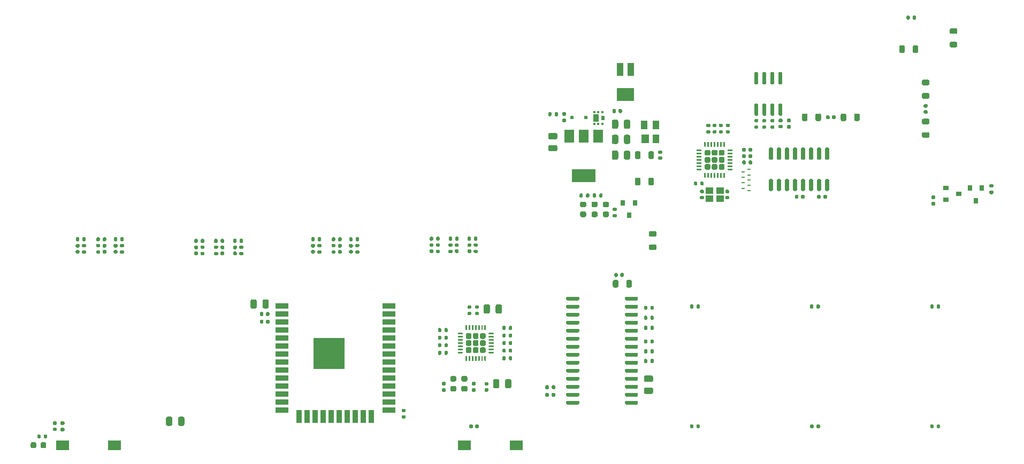
<source format=gbr>
%TF.GenerationSoftware,KiCad,Pcbnew,(5.1.7)-1*%
%TF.CreationDate,2021-03-26T00:16:30-04:00*%
%TF.ProjectId,Console,436f6e73-6f6c-4652-9e6b-696361645f70,rev?*%
%TF.SameCoordinates,Original*%
%TF.FileFunction,Paste,Top*%
%TF.FilePolarity,Positive*%
%FSLAX46Y46*%
G04 Gerber Fmt 4.6, Leading zero omitted, Abs format (unit mm)*
G04 Created by KiCad (PCBNEW (5.1.7)-1) date 2021-03-26 00:16:30*
%MOMM*%
%LPD*%
G01*
G04 APERTURE LIST*
%ADD10R,0.480000X0.800000*%
%ADD11R,0.950000X1.150000*%
%ADD12R,0.400000X0.425000*%
%ADD13R,2.000000X1.500000*%
%ADD14R,1.500000X2.000000*%
%ADD15R,3.800000X2.000000*%
%ADD16R,0.600000X0.200000*%
%ADD17R,2.000000X0.900000*%
%ADD18R,0.900000X2.000000*%
%ADD19R,5.000000X5.000000*%
%ADD20R,1.200000X1.000000*%
%ADD21R,0.900000X0.800000*%
%ADD22R,0.800000X0.900000*%
%ADD23R,1.000000X2.000000*%
%ADD24R,2.800000X2.000000*%
%ADD25R,0.500000X0.500000*%
%ADD26R,1.000000X1.400000*%
%ADD27R,1.200000X1.400000*%
G04 APERTURE END LIST*
%TO.C,C42*%
G36*
G01*
X96000000Y-123725000D02*
X96000000Y-124675000D01*
G75*
G02*
X95750000Y-124925000I-250000J0D01*
G01*
X95250000Y-124925000D01*
G75*
G02*
X95000000Y-124675000I0J250000D01*
G01*
X95000000Y-123725000D01*
G75*
G02*
X95250000Y-123475000I250000J0D01*
G01*
X95750000Y-123475000D01*
G75*
G02*
X96000000Y-123725000I0J-250000D01*
G01*
G37*
G36*
G01*
X97900000Y-123725000D02*
X97900000Y-124675000D01*
G75*
G02*
X97650000Y-124925000I-250000J0D01*
G01*
X97150000Y-124925000D01*
G75*
G02*
X96900000Y-124675000I0J250000D01*
G01*
X96900000Y-123725000D01*
G75*
G02*
X97150000Y-123475000I250000J0D01*
G01*
X97650000Y-123475000D01*
G75*
G02*
X97900000Y-123725000I0J-250000D01*
G01*
G37*
%TD*%
%TO.C,C38*%
G36*
G01*
X155725000Y-80400000D02*
X156675000Y-80400000D01*
G75*
G02*
X156925000Y-80650000I0J-250000D01*
G01*
X156925000Y-81150000D01*
G75*
G02*
X156675000Y-81400000I-250000J0D01*
G01*
X155725000Y-81400000D01*
G75*
G02*
X155475000Y-81150000I0J250000D01*
G01*
X155475000Y-80650000D01*
G75*
G02*
X155725000Y-80400000I250000J0D01*
G01*
G37*
G36*
G01*
X155725000Y-78500000D02*
X156675000Y-78500000D01*
G75*
G02*
X156925000Y-78750000I0J-250000D01*
G01*
X156925000Y-79250000D01*
G75*
G02*
X156675000Y-79500000I-250000J0D01*
G01*
X155725000Y-79500000D01*
G75*
G02*
X155475000Y-79250000I0J250000D01*
G01*
X155475000Y-78750000D01*
G75*
G02*
X155725000Y-78500000I250000J0D01*
G01*
G37*
%TD*%
%TO.C,C36*%
G36*
G01*
X167450000Y-79975000D02*
X167450000Y-79025000D01*
G75*
G02*
X167700000Y-78775000I250000J0D01*
G01*
X168200000Y-78775000D01*
G75*
G02*
X168450000Y-79025000I0J-250000D01*
G01*
X168450000Y-79975000D01*
G75*
G02*
X168200000Y-80225000I-250000J0D01*
G01*
X167700000Y-80225000D01*
G75*
G02*
X167450000Y-79975000I0J250000D01*
G01*
G37*
G36*
G01*
X165550000Y-79975000D02*
X165550000Y-79025000D01*
G75*
G02*
X165800000Y-78775000I250000J0D01*
G01*
X166300000Y-78775000D01*
G75*
G02*
X166550000Y-79025000I0J-250000D01*
G01*
X166550000Y-79975000D01*
G75*
G02*
X166300000Y-80225000I-250000J0D01*
G01*
X165800000Y-80225000D01*
G75*
G02*
X165550000Y-79975000I0J250000D01*
G01*
G37*
%TD*%
%TO.C,C35*%
G36*
G01*
X167450000Y-77575000D02*
X167450000Y-76625000D01*
G75*
G02*
X167700000Y-76375000I250000J0D01*
G01*
X168200000Y-76375000D01*
G75*
G02*
X168450000Y-76625000I0J-250000D01*
G01*
X168450000Y-77575000D01*
G75*
G02*
X168200000Y-77825000I-250000J0D01*
G01*
X167700000Y-77825000D01*
G75*
G02*
X167450000Y-77575000I0J250000D01*
G01*
G37*
G36*
G01*
X165550000Y-77575000D02*
X165550000Y-76625000D01*
G75*
G02*
X165800000Y-76375000I250000J0D01*
G01*
X166300000Y-76375000D01*
G75*
G02*
X166550000Y-76625000I0J-250000D01*
G01*
X166550000Y-77575000D01*
G75*
G02*
X166300000Y-77825000I-250000J0D01*
G01*
X165800000Y-77825000D01*
G75*
G02*
X165550000Y-77575000I0J250000D01*
G01*
G37*
%TD*%
%TO.C,C5*%
G36*
G01*
X171828480Y-117959760D02*
X170878480Y-117959760D01*
G75*
G02*
X170628480Y-117709760I0J250000D01*
G01*
X170628480Y-117209760D01*
G75*
G02*
X170878480Y-116959760I250000J0D01*
G01*
X171828480Y-116959760D01*
G75*
G02*
X172078480Y-117209760I0J-250000D01*
G01*
X172078480Y-117709760D01*
G75*
G02*
X171828480Y-117959760I-250000J0D01*
G01*
G37*
G36*
G01*
X171828480Y-119859760D02*
X170878480Y-119859760D01*
G75*
G02*
X170628480Y-119609760I0J250000D01*
G01*
X170628480Y-119109760D01*
G75*
G02*
X170878480Y-118859760I250000J0D01*
G01*
X171828480Y-118859760D01*
G75*
G02*
X172078480Y-119109760I0J-250000D01*
G01*
X172078480Y-119609760D01*
G75*
G02*
X171828480Y-119859760I-250000J0D01*
G01*
G37*
%TD*%
%TO.C,C2*%
G36*
G01*
X146250000Y-105925000D02*
X146250000Y-106875000D01*
G75*
G02*
X146000000Y-107125000I-250000J0D01*
G01*
X145500000Y-107125000D01*
G75*
G02*
X145250000Y-106875000I0J250000D01*
G01*
X145250000Y-105925000D01*
G75*
G02*
X145500000Y-105675000I250000J0D01*
G01*
X146000000Y-105675000D01*
G75*
G02*
X146250000Y-105925000I0J-250000D01*
G01*
G37*
G36*
G01*
X148150000Y-105925000D02*
X148150000Y-106875000D01*
G75*
G02*
X147900000Y-107125000I-250000J0D01*
G01*
X147400000Y-107125000D01*
G75*
G02*
X147150000Y-106875000I0J250000D01*
G01*
X147150000Y-105925000D01*
G75*
G02*
X147400000Y-105675000I250000J0D01*
G01*
X147900000Y-105675000D01*
G75*
G02*
X148150000Y-105925000I0J-250000D01*
G01*
G37*
%TD*%
%TO.C,C1*%
G36*
G01*
X147750000Y-117775000D02*
X147750000Y-118725000D01*
G75*
G02*
X147500000Y-118975000I-250000J0D01*
G01*
X147000000Y-118975000D01*
G75*
G02*
X146750000Y-118725000I0J250000D01*
G01*
X146750000Y-117775000D01*
G75*
G02*
X147000000Y-117525000I250000J0D01*
G01*
X147500000Y-117525000D01*
G75*
G02*
X147750000Y-117775000I0J-250000D01*
G01*
G37*
G36*
G01*
X149650000Y-117775000D02*
X149650000Y-118725000D01*
G75*
G02*
X149400000Y-118975000I-250000J0D01*
G01*
X148900000Y-118975000D01*
G75*
G02*
X148650000Y-118725000I0J250000D01*
G01*
X148650000Y-117775000D01*
G75*
G02*
X148900000Y-117525000I250000J0D01*
G01*
X149400000Y-117525000D01*
G75*
G02*
X149650000Y-117775000I0J-250000D01*
G01*
G37*
%TD*%
%TO.C,FB4*%
G36*
G01*
X172381250Y-94912500D02*
X171618750Y-94912500D01*
G75*
G02*
X171400000Y-94693750I0J218750D01*
G01*
X171400000Y-94256250D01*
G75*
G02*
X171618750Y-94037500I218750J0D01*
G01*
X172381250Y-94037500D01*
G75*
G02*
X172600000Y-94256250I0J-218750D01*
G01*
X172600000Y-94693750D01*
G75*
G02*
X172381250Y-94912500I-218750J0D01*
G01*
G37*
G36*
G01*
X172381250Y-97037500D02*
X171618750Y-97037500D01*
G75*
G02*
X171400000Y-96818750I0J218750D01*
G01*
X171400000Y-96381250D01*
G75*
G02*
X171618750Y-96162500I218750J0D01*
G01*
X172381250Y-96162500D01*
G75*
G02*
X172600000Y-96381250I0J-218750D01*
G01*
X172600000Y-96818750D01*
G75*
G02*
X172381250Y-97037500I-218750J0D01*
G01*
G37*
%TD*%
%TO.C,R3*%
G36*
G01*
X178450000Y-105815000D02*
X178450000Y-106185000D01*
G75*
G02*
X178315000Y-106320000I-135000J0D01*
G01*
X178045000Y-106320000D01*
G75*
G02*
X177910000Y-106185000I0J135000D01*
G01*
X177910000Y-105815000D01*
G75*
G02*
X178045000Y-105680000I135000J0D01*
G01*
X178315000Y-105680000D01*
G75*
G02*
X178450000Y-105815000I0J-135000D01*
G01*
G37*
G36*
G01*
X179470000Y-105815000D02*
X179470000Y-106185000D01*
G75*
G02*
X179335000Y-106320000I-135000J0D01*
G01*
X179065000Y-106320000D01*
G75*
G02*
X178930000Y-106185000I0J135000D01*
G01*
X178930000Y-105815000D01*
G75*
G02*
X179065000Y-105680000I135000J0D01*
G01*
X179335000Y-105680000D01*
G75*
G02*
X179470000Y-105815000I0J-135000D01*
G01*
G37*
%TD*%
%TO.C,R38*%
G36*
G01*
X171160000Y-112915000D02*
X171160000Y-113285000D01*
G75*
G02*
X171025000Y-113420000I-135000J0D01*
G01*
X170755000Y-113420000D01*
G75*
G02*
X170620000Y-113285000I0J135000D01*
G01*
X170620000Y-112915000D01*
G75*
G02*
X170755000Y-112780000I135000J0D01*
G01*
X171025000Y-112780000D01*
G75*
G02*
X171160000Y-112915000I0J-135000D01*
G01*
G37*
G36*
G01*
X172180000Y-112915000D02*
X172180000Y-113285000D01*
G75*
G02*
X172045000Y-113420000I-135000J0D01*
G01*
X171775000Y-113420000D01*
G75*
G02*
X171640000Y-113285000I0J135000D01*
G01*
X171640000Y-112915000D01*
G75*
G02*
X171775000Y-112780000I135000J0D01*
G01*
X172045000Y-112780000D01*
G75*
G02*
X172180000Y-112915000I0J-135000D01*
G01*
G37*
%TD*%
%TO.C,R39*%
G36*
G01*
X171160000Y-111365000D02*
X171160000Y-111735000D01*
G75*
G02*
X171025000Y-111870000I-135000J0D01*
G01*
X170755000Y-111870000D01*
G75*
G02*
X170620000Y-111735000I0J135000D01*
G01*
X170620000Y-111365000D01*
G75*
G02*
X170755000Y-111230000I135000J0D01*
G01*
X171025000Y-111230000D01*
G75*
G02*
X171160000Y-111365000I0J-135000D01*
G01*
G37*
G36*
G01*
X172180000Y-111365000D02*
X172180000Y-111735000D01*
G75*
G02*
X172045000Y-111870000I-135000J0D01*
G01*
X171775000Y-111870000D01*
G75*
G02*
X171640000Y-111735000I0J135000D01*
G01*
X171640000Y-111365000D01*
G75*
G02*
X171775000Y-111230000I135000J0D01*
G01*
X172045000Y-111230000D01*
G75*
G02*
X172180000Y-111365000I0J-135000D01*
G01*
G37*
%TD*%
%TO.C,R4*%
G36*
G01*
X197450000Y-105815000D02*
X197450000Y-106185000D01*
G75*
G02*
X197315000Y-106320000I-135000J0D01*
G01*
X197045000Y-106320000D01*
G75*
G02*
X196910000Y-106185000I0J135000D01*
G01*
X196910000Y-105815000D01*
G75*
G02*
X197045000Y-105680000I135000J0D01*
G01*
X197315000Y-105680000D01*
G75*
G02*
X197450000Y-105815000I0J-135000D01*
G01*
G37*
G36*
G01*
X198470000Y-105815000D02*
X198470000Y-106185000D01*
G75*
G02*
X198335000Y-106320000I-135000J0D01*
G01*
X198065000Y-106320000D01*
G75*
G02*
X197930000Y-106185000I0J135000D01*
G01*
X197930000Y-105815000D01*
G75*
G02*
X198065000Y-105680000I135000J0D01*
G01*
X198335000Y-105680000D01*
G75*
G02*
X198470000Y-105815000I0J-135000D01*
G01*
G37*
%TD*%
%TO.C,R56*%
G36*
G01*
X137740000Y-95435000D02*
X137740000Y-95065000D01*
G75*
G02*
X137875000Y-94930000I135000J0D01*
G01*
X138145000Y-94930000D01*
G75*
G02*
X138280000Y-95065000I0J-135000D01*
G01*
X138280000Y-95435000D01*
G75*
G02*
X138145000Y-95570000I-135000J0D01*
G01*
X137875000Y-95570000D01*
G75*
G02*
X137740000Y-95435000I0J135000D01*
G01*
G37*
G36*
G01*
X136720000Y-95435000D02*
X136720000Y-95065000D01*
G75*
G02*
X136855000Y-94930000I135000J0D01*
G01*
X137125000Y-94930000D01*
G75*
G02*
X137260000Y-95065000I0J-135000D01*
G01*
X137260000Y-95435000D01*
G75*
G02*
X137125000Y-95570000I-135000J0D01*
G01*
X136855000Y-95570000D01*
G75*
G02*
X136720000Y-95435000I0J135000D01*
G01*
G37*
%TD*%
%TO.C,C12*%
G36*
G01*
X140830000Y-96950000D02*
X141170000Y-96950000D01*
G75*
G02*
X141310000Y-97090000I0J-140000D01*
G01*
X141310000Y-97370000D01*
G75*
G02*
X141170000Y-97510000I-140000J0D01*
G01*
X140830000Y-97510000D01*
G75*
G02*
X140690000Y-97370000I0J140000D01*
G01*
X140690000Y-97090000D01*
G75*
G02*
X140830000Y-96950000I140000J0D01*
G01*
G37*
G36*
G01*
X140830000Y-95990000D02*
X141170000Y-95990000D01*
G75*
G02*
X141310000Y-96130000I0J-140000D01*
G01*
X141310000Y-96410000D01*
G75*
G02*
X141170000Y-96550000I-140000J0D01*
G01*
X140830000Y-96550000D01*
G75*
G02*
X140690000Y-96410000I0J140000D01*
G01*
X140690000Y-96130000D01*
G75*
G02*
X140830000Y-95990000I140000J0D01*
G01*
G37*
%TD*%
%TO.C,R74*%
G36*
G01*
X132785000Y-122760000D02*
X132415000Y-122760000D01*
G75*
G02*
X132280000Y-122625000I0J135000D01*
G01*
X132280000Y-122355000D01*
G75*
G02*
X132415000Y-122220000I135000J0D01*
G01*
X132785000Y-122220000D01*
G75*
G02*
X132920000Y-122355000I0J-135000D01*
G01*
X132920000Y-122625000D01*
G75*
G02*
X132785000Y-122760000I-135000J0D01*
G01*
G37*
G36*
G01*
X132785000Y-123780000D02*
X132415000Y-123780000D01*
G75*
G02*
X132280000Y-123645000I0J135000D01*
G01*
X132280000Y-123375000D01*
G75*
G02*
X132415000Y-123240000I135000J0D01*
G01*
X132785000Y-123240000D01*
G75*
G02*
X132920000Y-123375000I0J-135000D01*
G01*
X132920000Y-123645000D01*
G75*
G02*
X132785000Y-123780000I-135000J0D01*
G01*
G37*
%TD*%
%TO.C,R28*%
G36*
G01*
X139040000Y-111135000D02*
X139040000Y-110765000D01*
G75*
G02*
X139175000Y-110630000I135000J0D01*
G01*
X139445000Y-110630000D01*
G75*
G02*
X139580000Y-110765000I0J-135000D01*
G01*
X139580000Y-111135000D01*
G75*
G02*
X139445000Y-111270000I-135000J0D01*
G01*
X139175000Y-111270000D01*
G75*
G02*
X139040000Y-111135000I0J135000D01*
G01*
G37*
G36*
G01*
X138020000Y-111135000D02*
X138020000Y-110765000D01*
G75*
G02*
X138155000Y-110630000I135000J0D01*
G01*
X138425000Y-110630000D01*
G75*
G02*
X138560000Y-110765000I0J-135000D01*
G01*
X138560000Y-111135000D01*
G75*
G02*
X138425000Y-111270000I-135000J0D01*
G01*
X138155000Y-111270000D01*
G75*
G02*
X138020000Y-111135000I0J135000D01*
G01*
G37*
%TD*%
%TO.C,R27*%
G36*
G01*
X139040000Y-109935000D02*
X139040000Y-109565000D01*
G75*
G02*
X139175000Y-109430000I135000J0D01*
G01*
X139445000Y-109430000D01*
G75*
G02*
X139580000Y-109565000I0J-135000D01*
G01*
X139580000Y-109935000D01*
G75*
G02*
X139445000Y-110070000I-135000J0D01*
G01*
X139175000Y-110070000D01*
G75*
G02*
X139040000Y-109935000I0J135000D01*
G01*
G37*
G36*
G01*
X138020000Y-109935000D02*
X138020000Y-109565000D01*
G75*
G02*
X138155000Y-109430000I135000J0D01*
G01*
X138425000Y-109430000D01*
G75*
G02*
X138560000Y-109565000I0J-135000D01*
G01*
X138560000Y-109935000D01*
G75*
G02*
X138425000Y-110070000I-135000J0D01*
G01*
X138155000Y-110070000D01*
G75*
G02*
X138020000Y-109935000I0J135000D01*
G01*
G37*
%TD*%
%TO.C,R9*%
G36*
G01*
X186720000Y-82965000D02*
X186720000Y-83335000D01*
G75*
G02*
X186585000Y-83470000I-135000J0D01*
G01*
X186315000Y-83470000D01*
G75*
G02*
X186180000Y-83335000I0J135000D01*
G01*
X186180000Y-82965000D01*
G75*
G02*
X186315000Y-82830000I135000J0D01*
G01*
X186585000Y-82830000D01*
G75*
G02*
X186720000Y-82965000I0J-135000D01*
G01*
G37*
G36*
G01*
X187740000Y-82965000D02*
X187740000Y-83335000D01*
G75*
G02*
X187605000Y-83470000I-135000J0D01*
G01*
X187335000Y-83470000D01*
G75*
G02*
X187200000Y-83335000I0J135000D01*
G01*
X187200000Y-82965000D01*
G75*
G02*
X187335000Y-82830000I135000J0D01*
G01*
X187605000Y-82830000D01*
G75*
G02*
X187740000Y-82965000I0J-135000D01*
G01*
G37*
%TD*%
%TO.C,R67*%
G36*
G01*
X186710000Y-81965000D02*
X186710000Y-82335000D01*
G75*
G02*
X186575000Y-82470000I-135000J0D01*
G01*
X186305000Y-82470000D01*
G75*
G02*
X186170000Y-82335000I0J135000D01*
G01*
X186170000Y-81965000D01*
G75*
G02*
X186305000Y-81830000I135000J0D01*
G01*
X186575000Y-81830000D01*
G75*
G02*
X186710000Y-81965000I0J-135000D01*
G01*
G37*
G36*
G01*
X187730000Y-81965000D02*
X187730000Y-82335000D01*
G75*
G02*
X187595000Y-82470000I-135000J0D01*
G01*
X187325000Y-82470000D01*
G75*
G02*
X187190000Y-82335000I0J135000D01*
G01*
X187190000Y-81965000D01*
G75*
G02*
X187325000Y-81830000I135000J0D01*
G01*
X187595000Y-81830000D01*
G75*
G02*
X187730000Y-81965000I0J-135000D01*
G01*
G37*
%TD*%
%TO.C,R66*%
G36*
G01*
X186710000Y-80965000D02*
X186710000Y-81335000D01*
G75*
G02*
X186575000Y-81470000I-135000J0D01*
G01*
X186305000Y-81470000D01*
G75*
G02*
X186170000Y-81335000I0J135000D01*
G01*
X186170000Y-80965000D01*
G75*
G02*
X186305000Y-80830000I135000J0D01*
G01*
X186575000Y-80830000D01*
G75*
G02*
X186710000Y-80965000I0J-135000D01*
G01*
G37*
G36*
G01*
X187730000Y-80965000D02*
X187730000Y-81335000D01*
G75*
G02*
X187595000Y-81470000I-135000J0D01*
G01*
X187325000Y-81470000D01*
G75*
G02*
X187190000Y-81335000I0J135000D01*
G01*
X187190000Y-80965000D01*
G75*
G02*
X187325000Y-80830000I135000J0D01*
G01*
X187595000Y-80830000D01*
G75*
G02*
X187730000Y-80965000I0J-135000D01*
G01*
G37*
%TD*%
D10*
%TO.C,U7*%
X164100000Y-76100000D03*
D11*
X163075000Y-76100000D03*
D12*
X162750000Y-75162500D03*
X163400000Y-75162500D03*
X164050000Y-75162500D03*
X164050000Y-77037500D03*
X163400000Y-77037500D03*
X162750000Y-77037500D03*
%TD*%
%TO.C,U1*%
G36*
G01*
X145345000Y-111130000D02*
X144895000Y-111130000D01*
G75*
G02*
X144670000Y-110905000I0J225000D01*
G01*
X144670000Y-110455000D01*
G75*
G02*
X144895000Y-110230000I225000J0D01*
G01*
X145345000Y-110230000D01*
G75*
G02*
X145570000Y-110455000I0J-225000D01*
G01*
X145570000Y-110905000D01*
G75*
G02*
X145345000Y-111130000I-225000J0D01*
G01*
G37*
G36*
G01*
X144225000Y-111130000D02*
X143775000Y-111130000D01*
G75*
G02*
X143550000Y-110905000I0J225000D01*
G01*
X143550000Y-110455000D01*
G75*
G02*
X143775000Y-110230000I225000J0D01*
G01*
X144225000Y-110230000D01*
G75*
G02*
X144450000Y-110455000I0J-225000D01*
G01*
X144450000Y-110905000D01*
G75*
G02*
X144225000Y-111130000I-225000J0D01*
G01*
G37*
G36*
G01*
X143105000Y-111130000D02*
X142655000Y-111130000D01*
G75*
G02*
X142430000Y-110905000I0J225000D01*
G01*
X142430000Y-110455000D01*
G75*
G02*
X142655000Y-110230000I225000J0D01*
G01*
X143105000Y-110230000D01*
G75*
G02*
X143330000Y-110455000I0J-225000D01*
G01*
X143330000Y-110905000D01*
G75*
G02*
X143105000Y-111130000I-225000J0D01*
G01*
G37*
G36*
G01*
X145345000Y-112250000D02*
X144895000Y-112250000D01*
G75*
G02*
X144670000Y-112025000I0J225000D01*
G01*
X144670000Y-111575000D01*
G75*
G02*
X144895000Y-111350000I225000J0D01*
G01*
X145345000Y-111350000D01*
G75*
G02*
X145570000Y-111575000I0J-225000D01*
G01*
X145570000Y-112025000D01*
G75*
G02*
X145345000Y-112250000I-225000J0D01*
G01*
G37*
G36*
G01*
X144225000Y-112250000D02*
X143775000Y-112250000D01*
G75*
G02*
X143550000Y-112025000I0J225000D01*
G01*
X143550000Y-111575000D01*
G75*
G02*
X143775000Y-111350000I225000J0D01*
G01*
X144225000Y-111350000D01*
G75*
G02*
X144450000Y-111575000I0J-225000D01*
G01*
X144450000Y-112025000D01*
G75*
G02*
X144225000Y-112250000I-225000J0D01*
G01*
G37*
G36*
G01*
X143105000Y-112250000D02*
X142655000Y-112250000D01*
G75*
G02*
X142430000Y-112025000I0J225000D01*
G01*
X142430000Y-111575000D01*
G75*
G02*
X142655000Y-111350000I225000J0D01*
G01*
X143105000Y-111350000D01*
G75*
G02*
X143330000Y-111575000I0J-225000D01*
G01*
X143330000Y-112025000D01*
G75*
G02*
X143105000Y-112250000I-225000J0D01*
G01*
G37*
G36*
G01*
X145345000Y-113370000D02*
X144895000Y-113370000D01*
G75*
G02*
X144670000Y-113145000I0J225000D01*
G01*
X144670000Y-112695000D01*
G75*
G02*
X144895000Y-112470000I225000J0D01*
G01*
X145345000Y-112470000D01*
G75*
G02*
X145570000Y-112695000I0J-225000D01*
G01*
X145570000Y-113145000D01*
G75*
G02*
X145345000Y-113370000I-225000J0D01*
G01*
G37*
G36*
G01*
X144225000Y-113370000D02*
X143775000Y-113370000D01*
G75*
G02*
X143550000Y-113145000I0J225000D01*
G01*
X143550000Y-112695000D01*
G75*
G02*
X143775000Y-112470000I225000J0D01*
G01*
X144225000Y-112470000D01*
G75*
G02*
X144450000Y-112695000I0J-225000D01*
G01*
X144450000Y-113145000D01*
G75*
G02*
X144225000Y-113370000I-225000J0D01*
G01*
G37*
G36*
G01*
X143105000Y-113370000D02*
X142655000Y-113370000D01*
G75*
G02*
X142430000Y-113145000I0J225000D01*
G01*
X142430000Y-112695000D01*
G75*
G02*
X142655000Y-112470000I225000J0D01*
G01*
X143105000Y-112470000D01*
G75*
G02*
X143330000Y-112695000I0J-225000D01*
G01*
X143330000Y-113145000D01*
G75*
G02*
X143105000Y-113370000I-225000J0D01*
G01*
G37*
G36*
G01*
X141887500Y-113425000D02*
X141212500Y-113425000D01*
G75*
G02*
X141150000Y-113362500I0J62500D01*
G01*
X141150000Y-113237500D01*
G75*
G02*
X141212500Y-113175000I62500J0D01*
G01*
X141887500Y-113175000D01*
G75*
G02*
X141950000Y-113237500I0J-62500D01*
G01*
X141950000Y-113362500D01*
G75*
G02*
X141887500Y-113425000I-62500J0D01*
G01*
G37*
G36*
G01*
X141887500Y-112925000D02*
X141212500Y-112925000D01*
G75*
G02*
X141150000Y-112862500I0J62500D01*
G01*
X141150000Y-112737500D01*
G75*
G02*
X141212500Y-112675000I62500J0D01*
G01*
X141887500Y-112675000D01*
G75*
G02*
X141950000Y-112737500I0J-62500D01*
G01*
X141950000Y-112862500D01*
G75*
G02*
X141887500Y-112925000I-62500J0D01*
G01*
G37*
G36*
G01*
X141887500Y-112425000D02*
X141212500Y-112425000D01*
G75*
G02*
X141150000Y-112362500I0J62500D01*
G01*
X141150000Y-112237500D01*
G75*
G02*
X141212500Y-112175000I62500J0D01*
G01*
X141887500Y-112175000D01*
G75*
G02*
X141950000Y-112237500I0J-62500D01*
G01*
X141950000Y-112362500D01*
G75*
G02*
X141887500Y-112425000I-62500J0D01*
G01*
G37*
G36*
G01*
X141887500Y-111925000D02*
X141212500Y-111925000D01*
G75*
G02*
X141150000Y-111862500I0J62500D01*
G01*
X141150000Y-111737500D01*
G75*
G02*
X141212500Y-111675000I62500J0D01*
G01*
X141887500Y-111675000D01*
G75*
G02*
X141950000Y-111737500I0J-62500D01*
G01*
X141950000Y-111862500D01*
G75*
G02*
X141887500Y-111925000I-62500J0D01*
G01*
G37*
G36*
G01*
X141887500Y-111425000D02*
X141212500Y-111425000D01*
G75*
G02*
X141150000Y-111362500I0J62500D01*
G01*
X141150000Y-111237500D01*
G75*
G02*
X141212500Y-111175000I62500J0D01*
G01*
X141887500Y-111175000D01*
G75*
G02*
X141950000Y-111237500I0J-62500D01*
G01*
X141950000Y-111362500D01*
G75*
G02*
X141887500Y-111425000I-62500J0D01*
G01*
G37*
G36*
G01*
X141887500Y-110925000D02*
X141212500Y-110925000D01*
G75*
G02*
X141150000Y-110862500I0J62500D01*
G01*
X141150000Y-110737500D01*
G75*
G02*
X141212500Y-110675000I62500J0D01*
G01*
X141887500Y-110675000D01*
G75*
G02*
X141950000Y-110737500I0J-62500D01*
G01*
X141950000Y-110862500D01*
G75*
G02*
X141887500Y-110925000I-62500J0D01*
G01*
G37*
G36*
G01*
X141887500Y-110425000D02*
X141212500Y-110425000D01*
G75*
G02*
X141150000Y-110362500I0J62500D01*
G01*
X141150000Y-110237500D01*
G75*
G02*
X141212500Y-110175000I62500J0D01*
G01*
X141887500Y-110175000D01*
G75*
G02*
X141950000Y-110237500I0J-62500D01*
G01*
X141950000Y-110362500D01*
G75*
G02*
X141887500Y-110425000I-62500J0D01*
G01*
G37*
G36*
G01*
X142562500Y-109750000D02*
X142437500Y-109750000D01*
G75*
G02*
X142375000Y-109687500I0J62500D01*
G01*
X142375000Y-109012500D01*
G75*
G02*
X142437500Y-108950000I62500J0D01*
G01*
X142562500Y-108950000D01*
G75*
G02*
X142625000Y-109012500I0J-62500D01*
G01*
X142625000Y-109687500D01*
G75*
G02*
X142562500Y-109750000I-62500J0D01*
G01*
G37*
G36*
G01*
X143062500Y-109750000D02*
X142937500Y-109750000D01*
G75*
G02*
X142875000Y-109687500I0J62500D01*
G01*
X142875000Y-109012500D01*
G75*
G02*
X142937500Y-108950000I62500J0D01*
G01*
X143062500Y-108950000D01*
G75*
G02*
X143125000Y-109012500I0J-62500D01*
G01*
X143125000Y-109687500D01*
G75*
G02*
X143062500Y-109750000I-62500J0D01*
G01*
G37*
G36*
G01*
X143562500Y-109750000D02*
X143437500Y-109750000D01*
G75*
G02*
X143375000Y-109687500I0J62500D01*
G01*
X143375000Y-109012500D01*
G75*
G02*
X143437500Y-108950000I62500J0D01*
G01*
X143562500Y-108950000D01*
G75*
G02*
X143625000Y-109012500I0J-62500D01*
G01*
X143625000Y-109687500D01*
G75*
G02*
X143562500Y-109750000I-62500J0D01*
G01*
G37*
G36*
G01*
X144062500Y-109750000D02*
X143937500Y-109750000D01*
G75*
G02*
X143875000Y-109687500I0J62500D01*
G01*
X143875000Y-109012500D01*
G75*
G02*
X143937500Y-108950000I62500J0D01*
G01*
X144062500Y-108950000D01*
G75*
G02*
X144125000Y-109012500I0J-62500D01*
G01*
X144125000Y-109687500D01*
G75*
G02*
X144062500Y-109750000I-62500J0D01*
G01*
G37*
G36*
G01*
X144562500Y-109750000D02*
X144437500Y-109750000D01*
G75*
G02*
X144375000Y-109687500I0J62500D01*
G01*
X144375000Y-109012500D01*
G75*
G02*
X144437500Y-108950000I62500J0D01*
G01*
X144562500Y-108950000D01*
G75*
G02*
X144625000Y-109012500I0J-62500D01*
G01*
X144625000Y-109687500D01*
G75*
G02*
X144562500Y-109750000I-62500J0D01*
G01*
G37*
G36*
G01*
X145062500Y-109750000D02*
X144937500Y-109750000D01*
G75*
G02*
X144875000Y-109687500I0J62500D01*
G01*
X144875000Y-109012500D01*
G75*
G02*
X144937500Y-108950000I62500J0D01*
G01*
X145062500Y-108950000D01*
G75*
G02*
X145125000Y-109012500I0J-62500D01*
G01*
X145125000Y-109687500D01*
G75*
G02*
X145062500Y-109750000I-62500J0D01*
G01*
G37*
G36*
G01*
X145562500Y-109750000D02*
X145437500Y-109750000D01*
G75*
G02*
X145375000Y-109687500I0J62500D01*
G01*
X145375000Y-109012500D01*
G75*
G02*
X145437500Y-108950000I62500J0D01*
G01*
X145562500Y-108950000D01*
G75*
G02*
X145625000Y-109012500I0J-62500D01*
G01*
X145625000Y-109687500D01*
G75*
G02*
X145562500Y-109750000I-62500J0D01*
G01*
G37*
G36*
G01*
X146787500Y-110425000D02*
X146112500Y-110425000D01*
G75*
G02*
X146050000Y-110362500I0J62500D01*
G01*
X146050000Y-110237500D01*
G75*
G02*
X146112500Y-110175000I62500J0D01*
G01*
X146787500Y-110175000D01*
G75*
G02*
X146850000Y-110237500I0J-62500D01*
G01*
X146850000Y-110362500D01*
G75*
G02*
X146787500Y-110425000I-62500J0D01*
G01*
G37*
G36*
G01*
X146787500Y-110925000D02*
X146112500Y-110925000D01*
G75*
G02*
X146050000Y-110862500I0J62500D01*
G01*
X146050000Y-110737500D01*
G75*
G02*
X146112500Y-110675000I62500J0D01*
G01*
X146787500Y-110675000D01*
G75*
G02*
X146850000Y-110737500I0J-62500D01*
G01*
X146850000Y-110862500D01*
G75*
G02*
X146787500Y-110925000I-62500J0D01*
G01*
G37*
G36*
G01*
X146787500Y-111425000D02*
X146112500Y-111425000D01*
G75*
G02*
X146050000Y-111362500I0J62500D01*
G01*
X146050000Y-111237500D01*
G75*
G02*
X146112500Y-111175000I62500J0D01*
G01*
X146787500Y-111175000D01*
G75*
G02*
X146850000Y-111237500I0J-62500D01*
G01*
X146850000Y-111362500D01*
G75*
G02*
X146787500Y-111425000I-62500J0D01*
G01*
G37*
G36*
G01*
X146787500Y-111925000D02*
X146112500Y-111925000D01*
G75*
G02*
X146050000Y-111862500I0J62500D01*
G01*
X146050000Y-111737500D01*
G75*
G02*
X146112500Y-111675000I62500J0D01*
G01*
X146787500Y-111675000D01*
G75*
G02*
X146850000Y-111737500I0J-62500D01*
G01*
X146850000Y-111862500D01*
G75*
G02*
X146787500Y-111925000I-62500J0D01*
G01*
G37*
G36*
G01*
X146787500Y-112425000D02*
X146112500Y-112425000D01*
G75*
G02*
X146050000Y-112362500I0J62500D01*
G01*
X146050000Y-112237500D01*
G75*
G02*
X146112500Y-112175000I62500J0D01*
G01*
X146787500Y-112175000D01*
G75*
G02*
X146850000Y-112237500I0J-62500D01*
G01*
X146850000Y-112362500D01*
G75*
G02*
X146787500Y-112425000I-62500J0D01*
G01*
G37*
G36*
G01*
X146787500Y-112925000D02*
X146112500Y-112925000D01*
G75*
G02*
X146050000Y-112862500I0J62500D01*
G01*
X146050000Y-112737500D01*
G75*
G02*
X146112500Y-112675000I62500J0D01*
G01*
X146787500Y-112675000D01*
G75*
G02*
X146850000Y-112737500I0J-62500D01*
G01*
X146850000Y-112862500D01*
G75*
G02*
X146787500Y-112925000I-62500J0D01*
G01*
G37*
G36*
G01*
X146787500Y-113425000D02*
X146112500Y-113425000D01*
G75*
G02*
X146050000Y-113362500I0J62500D01*
G01*
X146050000Y-113237500D01*
G75*
G02*
X146112500Y-113175000I62500J0D01*
G01*
X146787500Y-113175000D01*
G75*
G02*
X146850000Y-113237500I0J-62500D01*
G01*
X146850000Y-113362500D01*
G75*
G02*
X146787500Y-113425000I-62500J0D01*
G01*
G37*
G36*
G01*
X145562500Y-114650000D02*
X145437500Y-114650000D01*
G75*
G02*
X145375000Y-114587500I0J62500D01*
G01*
X145375000Y-113912500D01*
G75*
G02*
X145437500Y-113850000I62500J0D01*
G01*
X145562500Y-113850000D01*
G75*
G02*
X145625000Y-113912500I0J-62500D01*
G01*
X145625000Y-114587500D01*
G75*
G02*
X145562500Y-114650000I-62500J0D01*
G01*
G37*
G36*
G01*
X145062500Y-114650000D02*
X144937500Y-114650000D01*
G75*
G02*
X144875000Y-114587500I0J62500D01*
G01*
X144875000Y-113912500D01*
G75*
G02*
X144937500Y-113850000I62500J0D01*
G01*
X145062500Y-113850000D01*
G75*
G02*
X145125000Y-113912500I0J-62500D01*
G01*
X145125000Y-114587500D01*
G75*
G02*
X145062500Y-114650000I-62500J0D01*
G01*
G37*
G36*
G01*
X144562500Y-114650000D02*
X144437500Y-114650000D01*
G75*
G02*
X144375000Y-114587500I0J62500D01*
G01*
X144375000Y-113912500D01*
G75*
G02*
X144437500Y-113850000I62500J0D01*
G01*
X144562500Y-113850000D01*
G75*
G02*
X144625000Y-113912500I0J-62500D01*
G01*
X144625000Y-114587500D01*
G75*
G02*
X144562500Y-114650000I-62500J0D01*
G01*
G37*
G36*
G01*
X144062500Y-114650000D02*
X143937500Y-114650000D01*
G75*
G02*
X143875000Y-114587500I0J62500D01*
G01*
X143875000Y-113912500D01*
G75*
G02*
X143937500Y-113850000I62500J0D01*
G01*
X144062500Y-113850000D01*
G75*
G02*
X144125000Y-113912500I0J-62500D01*
G01*
X144125000Y-114587500D01*
G75*
G02*
X144062500Y-114650000I-62500J0D01*
G01*
G37*
G36*
G01*
X143562500Y-114650000D02*
X143437500Y-114650000D01*
G75*
G02*
X143375000Y-114587500I0J62500D01*
G01*
X143375000Y-113912500D01*
G75*
G02*
X143437500Y-113850000I62500J0D01*
G01*
X143562500Y-113850000D01*
G75*
G02*
X143625000Y-113912500I0J-62500D01*
G01*
X143625000Y-114587500D01*
G75*
G02*
X143562500Y-114650000I-62500J0D01*
G01*
G37*
G36*
G01*
X143062500Y-114650000D02*
X142937500Y-114650000D01*
G75*
G02*
X142875000Y-114587500I0J62500D01*
G01*
X142875000Y-113912500D01*
G75*
G02*
X142937500Y-113850000I62500J0D01*
G01*
X143062500Y-113850000D01*
G75*
G02*
X143125000Y-113912500I0J-62500D01*
G01*
X143125000Y-114587500D01*
G75*
G02*
X143062500Y-114650000I-62500J0D01*
G01*
G37*
G36*
G01*
X142562500Y-114650000D02*
X142437500Y-114650000D01*
G75*
G02*
X142375000Y-114587500I0J62500D01*
G01*
X142375000Y-113912500D01*
G75*
G02*
X142437500Y-113850000I62500J0D01*
G01*
X142562500Y-113850000D01*
G75*
G02*
X142625000Y-113912500I0J-62500D01*
G01*
X142625000Y-114587500D01*
G75*
G02*
X142562500Y-114650000I-62500J0D01*
G01*
G37*
%TD*%
D13*
%TO.C,SW11*%
X86850000Y-128000000D03*
X78650000Y-128000000D03*
%TD*%
%TO.C,R73*%
G36*
G01*
X149240000Y-114385000D02*
X149240000Y-114015000D01*
G75*
G02*
X149375000Y-113880000I135000J0D01*
G01*
X149645000Y-113880000D01*
G75*
G02*
X149780000Y-114015000I0J-135000D01*
G01*
X149780000Y-114385000D01*
G75*
G02*
X149645000Y-114520000I-135000J0D01*
G01*
X149375000Y-114520000D01*
G75*
G02*
X149240000Y-114385000I0J135000D01*
G01*
G37*
G36*
G01*
X148220000Y-114385000D02*
X148220000Y-114015000D01*
G75*
G02*
X148355000Y-113880000I135000J0D01*
G01*
X148625000Y-113880000D01*
G75*
G02*
X148760000Y-114015000I0J-135000D01*
G01*
X148760000Y-114385000D01*
G75*
G02*
X148625000Y-114520000I-135000J0D01*
G01*
X148355000Y-114520000D01*
G75*
G02*
X148220000Y-114385000I0J135000D01*
G01*
G37*
%TD*%
%TO.C,R72*%
G36*
G01*
X155560000Y-118615000D02*
X155560000Y-118985000D01*
G75*
G02*
X155425000Y-119120000I-135000J0D01*
G01*
X155155000Y-119120000D01*
G75*
G02*
X155020000Y-118985000I0J135000D01*
G01*
X155020000Y-118615000D01*
G75*
G02*
X155155000Y-118480000I135000J0D01*
G01*
X155425000Y-118480000D01*
G75*
G02*
X155560000Y-118615000I0J-135000D01*
G01*
G37*
G36*
G01*
X156580000Y-118615000D02*
X156580000Y-118985000D01*
G75*
G02*
X156445000Y-119120000I-135000J0D01*
G01*
X156175000Y-119120000D01*
G75*
G02*
X156040000Y-118985000I0J135000D01*
G01*
X156040000Y-118615000D01*
G75*
G02*
X156175000Y-118480000I135000J0D01*
G01*
X156445000Y-118480000D01*
G75*
G02*
X156580000Y-118615000I0J-135000D01*
G01*
G37*
%TD*%
%TO.C,R71*%
G36*
G01*
X155560000Y-119815000D02*
X155560000Y-120185000D01*
G75*
G02*
X155425000Y-120320000I-135000J0D01*
G01*
X155155000Y-120320000D01*
G75*
G02*
X155020000Y-120185000I0J135000D01*
G01*
X155020000Y-119815000D01*
G75*
G02*
X155155000Y-119680000I135000J0D01*
G01*
X155425000Y-119680000D01*
G75*
G02*
X155560000Y-119815000I0J-135000D01*
G01*
G37*
G36*
G01*
X156580000Y-119815000D02*
X156580000Y-120185000D01*
G75*
G02*
X156445000Y-120320000I-135000J0D01*
G01*
X156175000Y-120320000D01*
G75*
G02*
X156040000Y-120185000I0J135000D01*
G01*
X156040000Y-119815000D01*
G75*
G02*
X156175000Y-119680000I135000J0D01*
G01*
X156445000Y-119680000D01*
G75*
G02*
X156580000Y-119815000I0J-135000D01*
G01*
G37*
%TD*%
%TO.C,R70*%
G36*
G01*
X139040000Y-113535000D02*
X139040000Y-113165000D01*
G75*
G02*
X139175000Y-113030000I135000J0D01*
G01*
X139445000Y-113030000D01*
G75*
G02*
X139580000Y-113165000I0J-135000D01*
G01*
X139580000Y-113535000D01*
G75*
G02*
X139445000Y-113670000I-135000J0D01*
G01*
X139175000Y-113670000D01*
G75*
G02*
X139040000Y-113535000I0J135000D01*
G01*
G37*
G36*
G01*
X138020000Y-113535000D02*
X138020000Y-113165000D01*
G75*
G02*
X138155000Y-113030000I135000J0D01*
G01*
X138425000Y-113030000D01*
G75*
G02*
X138560000Y-113165000I0J-135000D01*
G01*
X138560000Y-113535000D01*
G75*
G02*
X138425000Y-113670000I-135000J0D01*
G01*
X138155000Y-113670000D01*
G75*
G02*
X138020000Y-113535000I0J135000D01*
G01*
G37*
%TD*%
%TO.C,R69*%
G36*
G01*
X139040000Y-112335000D02*
X139040000Y-111965000D01*
G75*
G02*
X139175000Y-111830000I135000J0D01*
G01*
X139445000Y-111830000D01*
G75*
G02*
X139580000Y-111965000I0J-135000D01*
G01*
X139580000Y-112335000D01*
G75*
G02*
X139445000Y-112470000I-135000J0D01*
G01*
X139175000Y-112470000D01*
G75*
G02*
X139040000Y-112335000I0J135000D01*
G01*
G37*
G36*
G01*
X138020000Y-112335000D02*
X138020000Y-111965000D01*
G75*
G02*
X138155000Y-111830000I135000J0D01*
G01*
X138425000Y-111830000D01*
G75*
G02*
X138560000Y-111965000I0J-135000D01*
G01*
X138560000Y-112335000D01*
G75*
G02*
X138425000Y-112470000I-135000J0D01*
G01*
X138155000Y-112470000D01*
G75*
G02*
X138020000Y-112335000I0J135000D01*
G01*
G37*
%TD*%
%TO.C,R68*%
G36*
G01*
X144015000Y-106840000D02*
X144385000Y-106840000D01*
G75*
G02*
X144520000Y-106975000I0J-135000D01*
G01*
X144520000Y-107245000D01*
G75*
G02*
X144385000Y-107380000I-135000J0D01*
G01*
X144015000Y-107380000D01*
G75*
G02*
X143880000Y-107245000I0J135000D01*
G01*
X143880000Y-106975000D01*
G75*
G02*
X144015000Y-106840000I135000J0D01*
G01*
G37*
G36*
G01*
X144015000Y-105820000D02*
X144385000Y-105820000D01*
G75*
G02*
X144520000Y-105955000I0J-135000D01*
G01*
X144520000Y-106225000D01*
G75*
G02*
X144385000Y-106360000I-135000J0D01*
G01*
X144015000Y-106360000D01*
G75*
G02*
X143880000Y-106225000I0J135000D01*
G01*
X143880000Y-105955000D01*
G75*
G02*
X144015000Y-105820000I135000J0D01*
G01*
G37*
%TD*%
%TO.C,R30*%
G36*
G01*
X142815000Y-106840000D02*
X143185000Y-106840000D01*
G75*
G02*
X143320000Y-106975000I0J-135000D01*
G01*
X143320000Y-107245000D01*
G75*
G02*
X143185000Y-107380000I-135000J0D01*
G01*
X142815000Y-107380000D01*
G75*
G02*
X142680000Y-107245000I0J135000D01*
G01*
X142680000Y-106975000D01*
G75*
G02*
X142815000Y-106840000I135000J0D01*
G01*
G37*
G36*
G01*
X142815000Y-105820000D02*
X143185000Y-105820000D01*
G75*
G02*
X143320000Y-105955000I0J-135000D01*
G01*
X143320000Y-106225000D01*
G75*
G02*
X143185000Y-106360000I-135000J0D01*
G01*
X142815000Y-106360000D01*
G75*
G02*
X142680000Y-106225000I0J135000D01*
G01*
X142680000Y-105955000D01*
G75*
G02*
X142815000Y-105820000I135000J0D01*
G01*
G37*
%TD*%
%TO.C,R29*%
G36*
G01*
X149240000Y-109585000D02*
X149240000Y-109215000D01*
G75*
G02*
X149375000Y-109080000I135000J0D01*
G01*
X149645000Y-109080000D01*
G75*
G02*
X149780000Y-109215000I0J-135000D01*
G01*
X149780000Y-109585000D01*
G75*
G02*
X149645000Y-109720000I-135000J0D01*
G01*
X149375000Y-109720000D01*
G75*
G02*
X149240000Y-109585000I0J135000D01*
G01*
G37*
G36*
G01*
X148220000Y-109585000D02*
X148220000Y-109215000D01*
G75*
G02*
X148355000Y-109080000I135000J0D01*
G01*
X148625000Y-109080000D01*
G75*
G02*
X148760000Y-109215000I0J-135000D01*
G01*
X148760000Y-109585000D01*
G75*
G02*
X148625000Y-109720000I-135000J0D01*
G01*
X148355000Y-109720000D01*
G75*
G02*
X148220000Y-109585000I0J135000D01*
G01*
G37*
%TD*%
%TO.C,R20*%
G36*
G01*
X149240000Y-110785000D02*
X149240000Y-110415000D01*
G75*
G02*
X149375000Y-110280000I135000J0D01*
G01*
X149645000Y-110280000D01*
G75*
G02*
X149780000Y-110415000I0J-135000D01*
G01*
X149780000Y-110785000D01*
G75*
G02*
X149645000Y-110920000I-135000J0D01*
G01*
X149375000Y-110920000D01*
G75*
G02*
X149240000Y-110785000I0J135000D01*
G01*
G37*
G36*
G01*
X148220000Y-110785000D02*
X148220000Y-110415000D01*
G75*
G02*
X148355000Y-110280000I135000J0D01*
G01*
X148625000Y-110280000D01*
G75*
G02*
X148760000Y-110415000I0J-135000D01*
G01*
X148760000Y-110785000D01*
G75*
G02*
X148625000Y-110920000I-135000J0D01*
G01*
X148355000Y-110920000D01*
G75*
G02*
X148220000Y-110785000I0J135000D01*
G01*
G37*
%TD*%
%TO.C,R19*%
G36*
G01*
X148760000Y-111615000D02*
X148760000Y-111985000D01*
G75*
G02*
X148625000Y-112120000I-135000J0D01*
G01*
X148355000Y-112120000D01*
G75*
G02*
X148220000Y-111985000I0J135000D01*
G01*
X148220000Y-111615000D01*
G75*
G02*
X148355000Y-111480000I135000J0D01*
G01*
X148625000Y-111480000D01*
G75*
G02*
X148760000Y-111615000I0J-135000D01*
G01*
G37*
G36*
G01*
X149780000Y-111615000D02*
X149780000Y-111985000D01*
G75*
G02*
X149645000Y-112120000I-135000J0D01*
G01*
X149375000Y-112120000D01*
G75*
G02*
X149240000Y-111985000I0J135000D01*
G01*
X149240000Y-111615000D01*
G75*
G02*
X149375000Y-111480000I135000J0D01*
G01*
X149645000Y-111480000D01*
G75*
G02*
X149780000Y-111615000I0J-135000D01*
G01*
G37*
%TD*%
%TO.C,R18*%
G36*
G01*
X149240000Y-113185000D02*
X149240000Y-112815000D01*
G75*
G02*
X149375000Y-112680000I135000J0D01*
G01*
X149645000Y-112680000D01*
G75*
G02*
X149780000Y-112815000I0J-135000D01*
G01*
X149780000Y-113185000D01*
G75*
G02*
X149645000Y-113320000I-135000J0D01*
G01*
X149375000Y-113320000D01*
G75*
G02*
X149240000Y-113185000I0J135000D01*
G01*
G37*
G36*
G01*
X148220000Y-113185000D02*
X148220000Y-112815000D01*
G75*
G02*
X148355000Y-112680000I135000J0D01*
G01*
X148625000Y-112680000D01*
G75*
G02*
X148760000Y-112815000I0J-135000D01*
G01*
X148760000Y-113185000D01*
G75*
G02*
X148625000Y-113320000I-135000J0D01*
G01*
X148355000Y-113320000D01*
G75*
G02*
X148220000Y-113185000I0J135000D01*
G01*
G37*
%TD*%
%TO.C,R17*%
G36*
G01*
X138765000Y-118990000D02*
X139135000Y-118990000D01*
G75*
G02*
X139270000Y-119125000I0J-135000D01*
G01*
X139270000Y-119395000D01*
G75*
G02*
X139135000Y-119530000I-135000J0D01*
G01*
X138765000Y-119530000D01*
G75*
G02*
X138630000Y-119395000I0J135000D01*
G01*
X138630000Y-119125000D01*
G75*
G02*
X138765000Y-118990000I135000J0D01*
G01*
G37*
G36*
G01*
X138765000Y-117970000D02*
X139135000Y-117970000D01*
G75*
G02*
X139270000Y-118105000I0J-135000D01*
G01*
X139270000Y-118375000D01*
G75*
G02*
X139135000Y-118510000I-135000J0D01*
G01*
X138765000Y-118510000D01*
G75*
G02*
X138630000Y-118375000I0J135000D01*
G01*
X138630000Y-118105000D01*
G75*
G02*
X138765000Y-117970000I135000J0D01*
G01*
G37*
%TD*%
%TO.C,R16*%
G36*
G01*
X143515000Y-118990000D02*
X143885000Y-118990000D01*
G75*
G02*
X144020000Y-119125000I0J-135000D01*
G01*
X144020000Y-119395000D01*
G75*
G02*
X143885000Y-119530000I-135000J0D01*
G01*
X143515000Y-119530000D01*
G75*
G02*
X143380000Y-119395000I0J135000D01*
G01*
X143380000Y-119125000D01*
G75*
G02*
X143515000Y-118990000I135000J0D01*
G01*
G37*
G36*
G01*
X143515000Y-117970000D02*
X143885000Y-117970000D01*
G75*
G02*
X144020000Y-118105000I0J-135000D01*
G01*
X144020000Y-118375000D01*
G75*
G02*
X143885000Y-118510000I-135000J0D01*
G01*
X143515000Y-118510000D01*
G75*
G02*
X143380000Y-118375000I0J135000D01*
G01*
X143380000Y-118105000D01*
G75*
G02*
X143515000Y-117970000I135000J0D01*
G01*
G37*
%TD*%
%TO.C,R15*%
G36*
G01*
X216215000Y-89440000D02*
X216585000Y-89440000D01*
G75*
G02*
X216720000Y-89575000I0J-135000D01*
G01*
X216720000Y-89845000D01*
G75*
G02*
X216585000Y-89980000I-135000J0D01*
G01*
X216215000Y-89980000D01*
G75*
G02*
X216080000Y-89845000I0J135000D01*
G01*
X216080000Y-89575000D01*
G75*
G02*
X216215000Y-89440000I135000J0D01*
G01*
G37*
G36*
G01*
X216215000Y-88420000D02*
X216585000Y-88420000D01*
G75*
G02*
X216720000Y-88555000I0J-135000D01*
G01*
X216720000Y-88825000D01*
G75*
G02*
X216585000Y-88960000I-135000J0D01*
G01*
X216215000Y-88960000D01*
G75*
G02*
X216080000Y-88825000I0J135000D01*
G01*
X216080000Y-88555000D01*
G75*
G02*
X216215000Y-88420000I135000J0D01*
G01*
G37*
%TD*%
%TO.C,R2*%
G36*
G01*
X225785000Y-87160000D02*
X225415000Y-87160000D01*
G75*
G02*
X225280000Y-87025000I0J135000D01*
G01*
X225280000Y-86755000D01*
G75*
G02*
X225415000Y-86620000I135000J0D01*
G01*
X225785000Y-86620000D01*
G75*
G02*
X225920000Y-86755000I0J-135000D01*
G01*
X225920000Y-87025000D01*
G75*
G02*
X225785000Y-87160000I-135000J0D01*
G01*
G37*
G36*
G01*
X225785000Y-88180000D02*
X225415000Y-88180000D01*
G75*
G02*
X225280000Y-88045000I0J135000D01*
G01*
X225280000Y-87775000D01*
G75*
G02*
X225415000Y-87640000I135000J0D01*
G01*
X225785000Y-87640000D01*
G75*
G02*
X225920000Y-87775000I0J-135000D01*
G01*
X225920000Y-88045000D01*
G75*
G02*
X225785000Y-88180000I-135000J0D01*
G01*
G37*
%TD*%
%TO.C,R1*%
G36*
G01*
X198570000Y-88415000D02*
X198570000Y-88785000D01*
G75*
G02*
X198435000Y-88920000I-135000J0D01*
G01*
X198165000Y-88920000D01*
G75*
G02*
X198030000Y-88785000I0J135000D01*
G01*
X198030000Y-88415000D01*
G75*
G02*
X198165000Y-88280000I135000J0D01*
G01*
X198435000Y-88280000D01*
G75*
G02*
X198570000Y-88415000I0J-135000D01*
G01*
G37*
G36*
G01*
X199590000Y-88415000D02*
X199590000Y-88785000D01*
G75*
G02*
X199455000Y-88920000I-135000J0D01*
G01*
X199185000Y-88920000D01*
G75*
G02*
X199050000Y-88785000I0J135000D01*
G01*
X199050000Y-88415000D01*
G75*
G02*
X199185000Y-88280000I135000J0D01*
G01*
X199455000Y-88280000D01*
G75*
G02*
X199590000Y-88415000I0J-135000D01*
G01*
G37*
%TD*%
%TO.C,D10*%
G36*
G01*
X140193750Y-118600000D02*
X140706250Y-118600000D01*
G75*
G02*
X140925000Y-118818750I0J-218750D01*
G01*
X140925000Y-119256250D01*
G75*
G02*
X140706250Y-119475000I-218750J0D01*
G01*
X140193750Y-119475000D01*
G75*
G02*
X139975000Y-119256250I0J218750D01*
G01*
X139975000Y-118818750D01*
G75*
G02*
X140193750Y-118600000I218750J0D01*
G01*
G37*
G36*
G01*
X140193750Y-117025000D02*
X140706250Y-117025000D01*
G75*
G02*
X140925000Y-117243750I0J-218750D01*
G01*
X140925000Y-117681250D01*
G75*
G02*
X140706250Y-117900000I-218750J0D01*
G01*
X140193750Y-117900000D01*
G75*
G02*
X139975000Y-117681250I0J218750D01*
G01*
X139975000Y-117243750D01*
G75*
G02*
X140193750Y-117025000I218750J0D01*
G01*
G37*
%TD*%
%TO.C,D1*%
G36*
G01*
X141943750Y-118600000D02*
X142456250Y-118600000D01*
G75*
G02*
X142675000Y-118818750I0J-218750D01*
G01*
X142675000Y-119256250D01*
G75*
G02*
X142456250Y-119475000I-218750J0D01*
G01*
X141943750Y-119475000D01*
G75*
G02*
X141725000Y-119256250I0J218750D01*
G01*
X141725000Y-118818750D01*
G75*
G02*
X141943750Y-118600000I218750J0D01*
G01*
G37*
G36*
G01*
X141943750Y-117025000D02*
X142456250Y-117025000D01*
G75*
G02*
X142675000Y-117243750I0J-218750D01*
G01*
X142675000Y-117681250D01*
G75*
G02*
X142456250Y-117900000I-218750J0D01*
G01*
X141943750Y-117900000D01*
G75*
G02*
X141725000Y-117681250I0J218750D01*
G01*
X141725000Y-117243750D01*
G75*
G02*
X141943750Y-117025000I218750J0D01*
G01*
G37*
%TD*%
%TO.C,C41*%
G36*
G01*
X143530000Y-124830000D02*
X143530000Y-125170000D01*
G75*
G02*
X143390000Y-125310000I-140000J0D01*
G01*
X143110000Y-125310000D01*
G75*
G02*
X142970000Y-125170000I0J140000D01*
G01*
X142970000Y-124830000D01*
G75*
G02*
X143110000Y-124690000I140000J0D01*
G01*
X143390000Y-124690000D01*
G75*
G02*
X143530000Y-124830000I0J-140000D01*
G01*
G37*
G36*
G01*
X144490000Y-124830000D02*
X144490000Y-125170000D01*
G75*
G02*
X144350000Y-125310000I-140000J0D01*
G01*
X144070000Y-125310000D01*
G75*
G02*
X143930000Y-125170000I0J140000D01*
G01*
X143930000Y-124830000D01*
G75*
G02*
X144070000Y-124690000I140000J0D01*
G01*
X144350000Y-124690000D01*
G75*
G02*
X144490000Y-124830000I0J-140000D01*
G01*
G37*
%TD*%
%TO.C,C40*%
G36*
G01*
X110800000Y-107370000D02*
X110800000Y-107030000D01*
G75*
G02*
X110940000Y-106890000I140000J0D01*
G01*
X111220000Y-106890000D01*
G75*
G02*
X111360000Y-107030000I0J-140000D01*
G01*
X111360000Y-107370000D01*
G75*
G02*
X111220000Y-107510000I-140000J0D01*
G01*
X110940000Y-107510000D01*
G75*
G02*
X110800000Y-107370000I0J140000D01*
G01*
G37*
G36*
G01*
X109840000Y-107370000D02*
X109840000Y-107030000D01*
G75*
G02*
X109980000Y-106890000I140000J0D01*
G01*
X110260000Y-106890000D01*
G75*
G02*
X110400000Y-107030000I0J-140000D01*
G01*
X110400000Y-107370000D01*
G75*
G02*
X110260000Y-107510000I-140000J0D01*
G01*
X109980000Y-107510000D01*
G75*
G02*
X109840000Y-107370000I0J140000D01*
G01*
G37*
%TD*%
%TO.C,C37*%
G36*
G01*
X167450000Y-82475000D02*
X167450000Y-81525000D01*
G75*
G02*
X167700000Y-81275000I250000J0D01*
G01*
X168200000Y-81275000D01*
G75*
G02*
X168450000Y-81525000I0J-250000D01*
G01*
X168450000Y-82475000D01*
G75*
G02*
X168200000Y-82725000I-250000J0D01*
G01*
X167700000Y-82725000D01*
G75*
G02*
X167450000Y-82475000I0J250000D01*
G01*
G37*
G36*
G01*
X165550000Y-82475000D02*
X165550000Y-81525000D01*
G75*
G02*
X165800000Y-81275000I250000J0D01*
G01*
X166300000Y-81275000D01*
G75*
G02*
X166550000Y-81525000I0J-250000D01*
G01*
X166550000Y-82475000D01*
G75*
G02*
X166300000Y-82725000I-250000J0D01*
G01*
X165800000Y-82725000D01*
G75*
G02*
X165550000Y-82475000I0J250000D01*
G01*
G37*
%TD*%
%TO.C,C34*%
G36*
G01*
X166600000Y-75170000D02*
X166600000Y-74830000D01*
G75*
G02*
X166740000Y-74690000I140000J0D01*
G01*
X167020000Y-74690000D01*
G75*
G02*
X167160000Y-74830000I0J-140000D01*
G01*
X167160000Y-75170000D01*
G75*
G02*
X167020000Y-75310000I-140000J0D01*
G01*
X166740000Y-75310000D01*
G75*
G02*
X166600000Y-75170000I0J140000D01*
G01*
G37*
G36*
G01*
X165640000Y-75170000D02*
X165640000Y-74830000D01*
G75*
G02*
X165780000Y-74690000I140000J0D01*
G01*
X166060000Y-74690000D01*
G75*
G02*
X166200000Y-74830000I0J-140000D01*
G01*
X166200000Y-75170000D01*
G75*
G02*
X166060000Y-75310000I-140000J0D01*
G01*
X165780000Y-75310000D01*
G75*
G02*
X165640000Y-75170000I0J140000D01*
G01*
G37*
%TD*%
%TO.C,C33*%
G36*
G01*
X200000000Y-75830000D02*
X200000000Y-76170000D01*
G75*
G02*
X199860000Y-76310000I-140000J0D01*
G01*
X199580000Y-76310000D01*
G75*
G02*
X199440000Y-76170000I0J140000D01*
G01*
X199440000Y-75830000D01*
G75*
G02*
X199580000Y-75690000I140000J0D01*
G01*
X199860000Y-75690000D01*
G75*
G02*
X200000000Y-75830000I0J-140000D01*
G01*
G37*
G36*
G01*
X200960000Y-75830000D02*
X200960000Y-76170000D01*
G75*
G02*
X200820000Y-76310000I-140000J0D01*
G01*
X200540000Y-76310000D01*
G75*
G02*
X200400000Y-76170000I0J140000D01*
G01*
X200400000Y-75830000D01*
G75*
G02*
X200540000Y-75690000I140000J0D01*
G01*
X200820000Y-75690000D01*
G75*
G02*
X200960000Y-75830000I0J-140000D01*
G01*
G37*
%TD*%
%TO.C,C32*%
G36*
G01*
X213120000Y-60370000D02*
X213120000Y-60030000D01*
G75*
G02*
X213260000Y-59890000I140000J0D01*
G01*
X213540000Y-59890000D01*
G75*
G02*
X213680000Y-60030000I0J-140000D01*
G01*
X213680000Y-60370000D01*
G75*
G02*
X213540000Y-60510000I-140000J0D01*
G01*
X213260000Y-60510000D01*
G75*
G02*
X213120000Y-60370000I0J140000D01*
G01*
G37*
G36*
G01*
X212160000Y-60370000D02*
X212160000Y-60030000D01*
G75*
G02*
X212300000Y-59890000I140000J0D01*
G01*
X212580000Y-59890000D01*
G75*
G02*
X212720000Y-60030000I0J-140000D01*
G01*
X212720000Y-60370000D01*
G75*
G02*
X212580000Y-60510000I-140000J0D01*
G01*
X212300000Y-60510000D01*
G75*
G02*
X212160000Y-60370000I0J140000D01*
G01*
G37*
%TD*%
%TO.C,C28*%
G36*
G01*
X110800000Y-108570000D02*
X110800000Y-108230000D01*
G75*
G02*
X110940000Y-108090000I140000J0D01*
G01*
X111220000Y-108090000D01*
G75*
G02*
X111360000Y-108230000I0J-140000D01*
G01*
X111360000Y-108570000D01*
G75*
G02*
X111220000Y-108710000I-140000J0D01*
G01*
X110940000Y-108710000D01*
G75*
G02*
X110800000Y-108570000I0J140000D01*
G01*
G37*
G36*
G01*
X109840000Y-108570000D02*
X109840000Y-108230000D01*
G75*
G02*
X109980000Y-108090000I140000J0D01*
G01*
X110260000Y-108090000D01*
G75*
G02*
X110400000Y-108230000I0J-140000D01*
G01*
X110400000Y-108570000D01*
G75*
G02*
X110260000Y-108710000I-140000J0D01*
G01*
X109980000Y-108710000D01*
G75*
G02*
X109840000Y-108570000I0J140000D01*
G01*
G37*
%TD*%
%TO.C,C27*%
G36*
G01*
X215370000Y-74480000D02*
X215030000Y-74480000D01*
G75*
G02*
X214890000Y-74340000I0J140000D01*
G01*
X214890000Y-74060000D01*
G75*
G02*
X215030000Y-73920000I140000J0D01*
G01*
X215370000Y-73920000D01*
G75*
G02*
X215510000Y-74060000I0J-140000D01*
G01*
X215510000Y-74340000D01*
G75*
G02*
X215370000Y-74480000I-140000J0D01*
G01*
G37*
G36*
G01*
X215370000Y-75440000D02*
X215030000Y-75440000D01*
G75*
G02*
X214890000Y-75300000I0J140000D01*
G01*
X214890000Y-75020000D01*
G75*
G02*
X215030000Y-74880000I140000J0D01*
G01*
X215370000Y-74880000D01*
G75*
G02*
X215510000Y-75020000I0J-140000D01*
G01*
X215510000Y-75300000D01*
G75*
G02*
X215370000Y-75440000I-140000J0D01*
G01*
G37*
%TD*%
%TO.C,C26*%
G36*
G01*
X166880000Y-101170000D02*
X166880000Y-100830000D01*
G75*
G02*
X167020000Y-100690000I140000J0D01*
G01*
X167300000Y-100690000D01*
G75*
G02*
X167440000Y-100830000I0J-140000D01*
G01*
X167440000Y-101170000D01*
G75*
G02*
X167300000Y-101310000I-140000J0D01*
G01*
X167020000Y-101310000D01*
G75*
G02*
X166880000Y-101170000I0J140000D01*
G01*
G37*
G36*
G01*
X165920000Y-101170000D02*
X165920000Y-100830000D01*
G75*
G02*
X166060000Y-100690000I140000J0D01*
G01*
X166340000Y-100690000D01*
G75*
G02*
X166480000Y-100830000I0J-140000D01*
G01*
X166480000Y-101170000D01*
G75*
G02*
X166340000Y-101310000I-140000J0D01*
G01*
X166060000Y-101310000D01*
G75*
G02*
X165920000Y-101170000I0J140000D01*
G01*
G37*
%TD*%
%TO.C,C23*%
G36*
G01*
X195480000Y-88770000D02*
X195480000Y-88430000D01*
G75*
G02*
X195620000Y-88290000I140000J0D01*
G01*
X195900000Y-88290000D01*
G75*
G02*
X196040000Y-88430000I0J-140000D01*
G01*
X196040000Y-88770000D01*
G75*
G02*
X195900000Y-88910000I-140000J0D01*
G01*
X195620000Y-88910000D01*
G75*
G02*
X195480000Y-88770000I0J140000D01*
G01*
G37*
G36*
G01*
X194520000Y-88770000D02*
X194520000Y-88430000D01*
G75*
G02*
X194660000Y-88290000I140000J0D01*
G01*
X194940000Y-88290000D01*
G75*
G02*
X195080000Y-88430000I0J-140000D01*
G01*
X195080000Y-88770000D01*
G75*
G02*
X194940000Y-88910000I-140000J0D01*
G01*
X194660000Y-88910000D01*
G75*
G02*
X194520000Y-88770000I0J140000D01*
G01*
G37*
%TD*%
%TO.C,C22*%
G36*
G01*
X173370000Y-81800000D02*
X173030000Y-81800000D01*
G75*
G02*
X172890000Y-81660000I0J140000D01*
G01*
X172890000Y-81380000D01*
G75*
G02*
X173030000Y-81240000I140000J0D01*
G01*
X173370000Y-81240000D01*
G75*
G02*
X173510000Y-81380000I0J-140000D01*
G01*
X173510000Y-81660000D01*
G75*
G02*
X173370000Y-81800000I-140000J0D01*
G01*
G37*
G36*
G01*
X173370000Y-82760000D02*
X173030000Y-82760000D01*
G75*
G02*
X172890000Y-82620000I0J140000D01*
G01*
X172890000Y-82340000D01*
G75*
G02*
X173030000Y-82200000I140000J0D01*
G01*
X173370000Y-82200000D01*
G75*
G02*
X173510000Y-82340000I0J-140000D01*
G01*
X173510000Y-82620000D01*
G75*
G02*
X173370000Y-82760000I-140000J0D01*
G01*
G37*
%TD*%
%TO.C,C20*%
G36*
G01*
X192420000Y-76800000D02*
X192080000Y-76800000D01*
G75*
G02*
X191940000Y-76660000I0J140000D01*
G01*
X191940000Y-76380000D01*
G75*
G02*
X192080000Y-76240000I140000J0D01*
G01*
X192420000Y-76240000D01*
G75*
G02*
X192560000Y-76380000I0J-140000D01*
G01*
X192560000Y-76660000D01*
G75*
G02*
X192420000Y-76800000I-140000J0D01*
G01*
G37*
G36*
G01*
X192420000Y-77760000D02*
X192080000Y-77760000D01*
G75*
G02*
X191940000Y-77620000I0J140000D01*
G01*
X191940000Y-77340000D01*
G75*
G02*
X192080000Y-77200000I140000J0D01*
G01*
X192420000Y-77200000D01*
G75*
G02*
X192560000Y-77340000I0J-140000D01*
G01*
X192560000Y-77620000D01*
G75*
G02*
X192420000Y-77760000I-140000J0D01*
G01*
G37*
%TD*%
%TO.C,C4*%
G36*
G01*
X77230000Y-125200000D02*
X77570000Y-125200000D01*
G75*
G02*
X77710000Y-125340000I0J-140000D01*
G01*
X77710000Y-125620000D01*
G75*
G02*
X77570000Y-125760000I-140000J0D01*
G01*
X77230000Y-125760000D01*
G75*
G02*
X77090000Y-125620000I0J140000D01*
G01*
X77090000Y-125340000D01*
G75*
G02*
X77230000Y-125200000I140000J0D01*
G01*
G37*
G36*
G01*
X77230000Y-124240000D02*
X77570000Y-124240000D01*
G75*
G02*
X77710000Y-124380000I0J-140000D01*
G01*
X77710000Y-124660000D01*
G75*
G02*
X77570000Y-124800000I-140000J0D01*
G01*
X77230000Y-124800000D01*
G75*
G02*
X77090000Y-124660000I0J140000D01*
G01*
X77090000Y-124380000D01*
G75*
G02*
X77230000Y-124240000I140000J0D01*
G01*
G37*
%TD*%
%TO.C,C3*%
G36*
G01*
X145870000Y-118550000D02*
X145530000Y-118550000D01*
G75*
G02*
X145390000Y-118410000I0J140000D01*
G01*
X145390000Y-118130000D01*
G75*
G02*
X145530000Y-117990000I140000J0D01*
G01*
X145870000Y-117990000D01*
G75*
G02*
X146010000Y-118130000I0J-140000D01*
G01*
X146010000Y-118410000D01*
G75*
G02*
X145870000Y-118550000I-140000J0D01*
G01*
G37*
G36*
G01*
X145870000Y-119510000D02*
X145530000Y-119510000D01*
G75*
G02*
X145390000Y-119370000I0J140000D01*
G01*
X145390000Y-119090000D01*
G75*
G02*
X145530000Y-118950000I140000J0D01*
G01*
X145870000Y-118950000D01*
G75*
G02*
X146010000Y-119090000I0J-140000D01*
G01*
X146010000Y-119370000D01*
G75*
G02*
X145870000Y-119510000I-140000J0D01*
G01*
G37*
%TD*%
%TO.C,R33*%
G36*
G01*
X75160000Y-126415000D02*
X75160000Y-126785000D01*
G75*
G02*
X75025000Y-126920000I-135000J0D01*
G01*
X74755000Y-126920000D01*
G75*
G02*
X74620000Y-126785000I0J135000D01*
G01*
X74620000Y-126415000D01*
G75*
G02*
X74755000Y-126280000I135000J0D01*
G01*
X75025000Y-126280000D01*
G75*
G02*
X75160000Y-126415000I0J-135000D01*
G01*
G37*
G36*
G01*
X76180000Y-126415000D02*
X76180000Y-126785000D01*
G75*
G02*
X76045000Y-126920000I-135000J0D01*
G01*
X75775000Y-126920000D01*
G75*
G02*
X75640000Y-126785000I0J135000D01*
G01*
X75640000Y-126415000D01*
G75*
G02*
X75775000Y-126280000I135000J0D01*
G01*
X76045000Y-126280000D01*
G75*
G02*
X76180000Y-126415000I0J-135000D01*
G01*
G37*
%TD*%
%TO.C,D17*%
G36*
G01*
X75150000Y-128256250D02*
X75150000Y-127743750D01*
G75*
G02*
X75368750Y-127525000I218750J0D01*
G01*
X75806250Y-127525000D01*
G75*
G02*
X76025000Y-127743750I0J-218750D01*
G01*
X76025000Y-128256250D01*
G75*
G02*
X75806250Y-128475000I-218750J0D01*
G01*
X75368750Y-128475000D01*
G75*
G02*
X75150000Y-128256250I0J218750D01*
G01*
G37*
G36*
G01*
X73575000Y-128256250D02*
X73575000Y-127743750D01*
G75*
G02*
X73793750Y-127525000I218750J0D01*
G01*
X74231250Y-127525000D01*
G75*
G02*
X74450000Y-127743750I0J-218750D01*
G01*
X74450000Y-128256250D01*
G75*
G02*
X74231250Y-128475000I-218750J0D01*
G01*
X73793750Y-128475000D01*
G75*
G02*
X73575000Y-128256250I0J218750D01*
G01*
G37*
%TD*%
%TO.C,R32*%
G36*
G01*
X193735000Y-76760000D02*
X193365000Y-76760000D01*
G75*
G02*
X193230000Y-76625000I0J135000D01*
G01*
X193230000Y-76355000D01*
G75*
G02*
X193365000Y-76220000I135000J0D01*
G01*
X193735000Y-76220000D01*
G75*
G02*
X193870000Y-76355000I0J-135000D01*
G01*
X193870000Y-76625000D01*
G75*
G02*
X193735000Y-76760000I-135000J0D01*
G01*
G37*
G36*
G01*
X193735000Y-77780000D02*
X193365000Y-77780000D01*
G75*
G02*
X193230000Y-77645000I0J135000D01*
G01*
X193230000Y-77375000D01*
G75*
G02*
X193365000Y-77240000I135000J0D01*
G01*
X193735000Y-77240000D01*
G75*
G02*
X193870000Y-77375000I0J-135000D01*
G01*
X193870000Y-77645000D01*
G75*
G02*
X193735000Y-77780000I-135000J0D01*
G01*
G37*
%TD*%
%TO.C,U4*%
G36*
G01*
X192055000Y-73800000D02*
X192355000Y-73800000D01*
G75*
G02*
X192505000Y-73950000I0J-150000D01*
G01*
X192505000Y-75600000D01*
G75*
G02*
X192355000Y-75750000I-150000J0D01*
G01*
X192055000Y-75750000D01*
G75*
G02*
X191905000Y-75600000I0J150000D01*
G01*
X191905000Y-73950000D01*
G75*
G02*
X192055000Y-73800000I150000J0D01*
G01*
G37*
G36*
G01*
X190785000Y-73800000D02*
X191085000Y-73800000D01*
G75*
G02*
X191235000Y-73950000I0J-150000D01*
G01*
X191235000Y-75600000D01*
G75*
G02*
X191085000Y-75750000I-150000J0D01*
G01*
X190785000Y-75750000D01*
G75*
G02*
X190635000Y-75600000I0J150000D01*
G01*
X190635000Y-73950000D01*
G75*
G02*
X190785000Y-73800000I150000J0D01*
G01*
G37*
G36*
G01*
X189515000Y-73800000D02*
X189815000Y-73800000D01*
G75*
G02*
X189965000Y-73950000I0J-150000D01*
G01*
X189965000Y-75600000D01*
G75*
G02*
X189815000Y-75750000I-150000J0D01*
G01*
X189515000Y-75750000D01*
G75*
G02*
X189365000Y-75600000I0J150000D01*
G01*
X189365000Y-73950000D01*
G75*
G02*
X189515000Y-73800000I150000J0D01*
G01*
G37*
G36*
G01*
X188245000Y-73800000D02*
X188545000Y-73800000D01*
G75*
G02*
X188695000Y-73950000I0J-150000D01*
G01*
X188695000Y-75600000D01*
G75*
G02*
X188545000Y-75750000I-150000J0D01*
G01*
X188245000Y-75750000D01*
G75*
G02*
X188095000Y-75600000I0J150000D01*
G01*
X188095000Y-73950000D01*
G75*
G02*
X188245000Y-73800000I150000J0D01*
G01*
G37*
G36*
G01*
X188245000Y-68850000D02*
X188545000Y-68850000D01*
G75*
G02*
X188695000Y-69000000I0J-150000D01*
G01*
X188695000Y-70650000D01*
G75*
G02*
X188545000Y-70800000I-150000J0D01*
G01*
X188245000Y-70800000D01*
G75*
G02*
X188095000Y-70650000I0J150000D01*
G01*
X188095000Y-69000000D01*
G75*
G02*
X188245000Y-68850000I150000J0D01*
G01*
G37*
G36*
G01*
X189515000Y-68850000D02*
X189815000Y-68850000D01*
G75*
G02*
X189965000Y-69000000I0J-150000D01*
G01*
X189965000Y-70650000D01*
G75*
G02*
X189815000Y-70800000I-150000J0D01*
G01*
X189515000Y-70800000D01*
G75*
G02*
X189365000Y-70650000I0J150000D01*
G01*
X189365000Y-69000000D01*
G75*
G02*
X189515000Y-68850000I150000J0D01*
G01*
G37*
G36*
G01*
X190785000Y-68850000D02*
X191085000Y-68850000D01*
G75*
G02*
X191235000Y-69000000I0J-150000D01*
G01*
X191235000Y-70650000D01*
G75*
G02*
X191085000Y-70800000I-150000J0D01*
G01*
X190785000Y-70800000D01*
G75*
G02*
X190635000Y-70650000I0J150000D01*
G01*
X190635000Y-69000000D01*
G75*
G02*
X190785000Y-68850000I150000J0D01*
G01*
G37*
G36*
G01*
X192055000Y-68850000D02*
X192355000Y-68850000D01*
G75*
G02*
X192505000Y-69000000I0J-150000D01*
G01*
X192505000Y-70650000D01*
G75*
G02*
X192355000Y-70800000I-150000J0D01*
G01*
X192055000Y-70800000D01*
G75*
G02*
X191905000Y-70650000I0J150000D01*
G01*
X191905000Y-69000000D01*
G75*
G02*
X192055000Y-68850000I150000J0D01*
G01*
G37*
%TD*%
%TO.C,R14*%
G36*
G01*
X191135000Y-76800000D02*
X190765000Y-76800000D01*
G75*
G02*
X190630000Y-76665000I0J135000D01*
G01*
X190630000Y-76395000D01*
G75*
G02*
X190765000Y-76260000I135000J0D01*
G01*
X191135000Y-76260000D01*
G75*
G02*
X191270000Y-76395000I0J-135000D01*
G01*
X191270000Y-76665000D01*
G75*
G02*
X191135000Y-76800000I-135000J0D01*
G01*
G37*
G36*
G01*
X191135000Y-77820000D02*
X190765000Y-77820000D01*
G75*
G02*
X190630000Y-77685000I0J135000D01*
G01*
X190630000Y-77415000D01*
G75*
G02*
X190765000Y-77280000I135000J0D01*
G01*
X191135000Y-77280000D01*
G75*
G02*
X191270000Y-77415000I0J-135000D01*
G01*
X191270000Y-77685000D01*
G75*
G02*
X191135000Y-77820000I-135000J0D01*
G01*
G37*
%TD*%
%TO.C,R13*%
G36*
G01*
X189465000Y-77290000D02*
X189835000Y-77290000D01*
G75*
G02*
X189970000Y-77425000I0J-135000D01*
G01*
X189970000Y-77695000D01*
G75*
G02*
X189835000Y-77830000I-135000J0D01*
G01*
X189465000Y-77830000D01*
G75*
G02*
X189330000Y-77695000I0J135000D01*
G01*
X189330000Y-77425000D01*
G75*
G02*
X189465000Y-77290000I135000J0D01*
G01*
G37*
G36*
G01*
X189465000Y-76270000D02*
X189835000Y-76270000D01*
G75*
G02*
X189970000Y-76405000I0J-135000D01*
G01*
X189970000Y-76675000D01*
G75*
G02*
X189835000Y-76810000I-135000J0D01*
G01*
X189465000Y-76810000D01*
G75*
G02*
X189330000Y-76675000I0J135000D01*
G01*
X189330000Y-76405000D01*
G75*
G02*
X189465000Y-76270000I135000J0D01*
G01*
G37*
%TD*%
%TO.C,R12*%
G36*
G01*
X188215000Y-77280000D02*
X188585000Y-77280000D01*
G75*
G02*
X188720000Y-77415000I0J-135000D01*
G01*
X188720000Y-77685000D01*
G75*
G02*
X188585000Y-77820000I-135000J0D01*
G01*
X188215000Y-77820000D01*
G75*
G02*
X188080000Y-77685000I0J135000D01*
G01*
X188080000Y-77415000D01*
G75*
G02*
X188215000Y-77280000I135000J0D01*
G01*
G37*
G36*
G01*
X188215000Y-76260000D02*
X188585000Y-76260000D01*
G75*
G02*
X188720000Y-76395000I0J-135000D01*
G01*
X188720000Y-76665000D01*
G75*
G02*
X188585000Y-76800000I-135000J0D01*
G01*
X188215000Y-76800000D01*
G75*
G02*
X188080000Y-76665000I0J135000D01*
G01*
X188080000Y-76395000D01*
G75*
G02*
X188215000Y-76260000I135000J0D01*
G01*
G37*
%TD*%
D14*
%TO.C,U8*%
X163400000Y-79000000D03*
X158800000Y-79000000D03*
X161100000Y-79000000D03*
D15*
X161100000Y-85300000D03*
%TD*%
%TO.C,R26*%
G36*
G01*
X165815000Y-91330000D02*
X166185000Y-91330000D01*
G75*
G02*
X166320000Y-91465000I0J-135000D01*
G01*
X166320000Y-91735000D01*
G75*
G02*
X166185000Y-91870000I-135000J0D01*
G01*
X165815000Y-91870000D01*
G75*
G02*
X165680000Y-91735000I0J135000D01*
G01*
X165680000Y-91465000D01*
G75*
G02*
X165815000Y-91330000I135000J0D01*
G01*
G37*
G36*
G01*
X165815000Y-90310000D02*
X166185000Y-90310000D01*
G75*
G02*
X166320000Y-90445000I0J-135000D01*
G01*
X166320000Y-90715000D01*
G75*
G02*
X166185000Y-90850000I-135000J0D01*
G01*
X165815000Y-90850000D01*
G75*
G02*
X165680000Y-90715000I0J135000D01*
G01*
X165680000Y-90445000D01*
G75*
G02*
X165815000Y-90310000I135000J0D01*
G01*
G37*
%TD*%
%TO.C,R25*%
G36*
G01*
X163550000Y-88585000D02*
X163550000Y-88215000D01*
G75*
G02*
X163685000Y-88080000I135000J0D01*
G01*
X163955000Y-88080000D01*
G75*
G02*
X164090000Y-88215000I0J-135000D01*
G01*
X164090000Y-88585000D01*
G75*
G02*
X163955000Y-88720000I-135000J0D01*
G01*
X163685000Y-88720000D01*
G75*
G02*
X163550000Y-88585000I0J135000D01*
G01*
G37*
G36*
G01*
X162530000Y-88585000D02*
X162530000Y-88215000D01*
G75*
G02*
X162665000Y-88080000I135000J0D01*
G01*
X162935000Y-88080000D01*
G75*
G02*
X163070000Y-88215000I0J-135000D01*
G01*
X163070000Y-88585000D01*
G75*
G02*
X162935000Y-88720000I-135000J0D01*
G01*
X162665000Y-88720000D01*
G75*
G02*
X162530000Y-88585000I0J135000D01*
G01*
G37*
%TD*%
%TO.C,R24*%
G36*
G01*
X160960000Y-88215000D02*
X160960000Y-88585000D01*
G75*
G02*
X160825000Y-88720000I-135000J0D01*
G01*
X160555000Y-88720000D01*
G75*
G02*
X160420000Y-88585000I0J135000D01*
G01*
X160420000Y-88215000D01*
G75*
G02*
X160555000Y-88080000I135000J0D01*
G01*
X160825000Y-88080000D01*
G75*
G02*
X160960000Y-88215000I0J-135000D01*
G01*
G37*
G36*
G01*
X161980000Y-88215000D02*
X161980000Y-88585000D01*
G75*
G02*
X161845000Y-88720000I-135000J0D01*
G01*
X161575000Y-88720000D01*
G75*
G02*
X161440000Y-88585000I0J135000D01*
G01*
X161440000Y-88215000D01*
G75*
G02*
X161575000Y-88080000I135000J0D01*
G01*
X161845000Y-88080000D01*
G75*
G02*
X161980000Y-88215000I0J-135000D01*
G01*
G37*
%TD*%
%TO.C,D16*%
G36*
G01*
X164343750Y-90950000D02*
X164856250Y-90950000D01*
G75*
G02*
X165075000Y-91168750I0J-218750D01*
G01*
X165075000Y-91606250D01*
G75*
G02*
X164856250Y-91825000I-218750J0D01*
G01*
X164343750Y-91825000D01*
G75*
G02*
X164125000Y-91606250I0J218750D01*
G01*
X164125000Y-91168750D01*
G75*
G02*
X164343750Y-90950000I218750J0D01*
G01*
G37*
G36*
G01*
X164343750Y-89375000D02*
X164856250Y-89375000D01*
G75*
G02*
X165075000Y-89593750I0J-218750D01*
G01*
X165075000Y-90031250D01*
G75*
G02*
X164856250Y-90250000I-218750J0D01*
G01*
X164343750Y-90250000D01*
G75*
G02*
X164125000Y-90031250I0J218750D01*
G01*
X164125000Y-89593750D01*
G75*
G02*
X164343750Y-89375000I218750J0D01*
G01*
G37*
%TD*%
%TO.C,D15*%
G36*
G01*
X163056250Y-90250000D02*
X162543750Y-90250000D01*
G75*
G02*
X162325000Y-90031250I0J218750D01*
G01*
X162325000Y-89593750D01*
G75*
G02*
X162543750Y-89375000I218750J0D01*
G01*
X163056250Y-89375000D01*
G75*
G02*
X163275000Y-89593750I0J-218750D01*
G01*
X163275000Y-90031250D01*
G75*
G02*
X163056250Y-90250000I-218750J0D01*
G01*
G37*
G36*
G01*
X163056250Y-91825000D02*
X162543750Y-91825000D01*
G75*
G02*
X162325000Y-91606250I0J218750D01*
G01*
X162325000Y-91168750D01*
G75*
G02*
X162543750Y-90950000I218750J0D01*
G01*
X163056250Y-90950000D01*
G75*
G02*
X163275000Y-91168750I0J-218750D01*
G01*
X163275000Y-91606250D01*
G75*
G02*
X163056250Y-91825000I-218750J0D01*
G01*
G37*
%TD*%
%TO.C,D13*%
G36*
G01*
X161256250Y-90250000D02*
X160743750Y-90250000D01*
G75*
G02*
X160525000Y-90031250I0J218750D01*
G01*
X160525000Y-89593750D01*
G75*
G02*
X160743750Y-89375000I218750J0D01*
G01*
X161256250Y-89375000D01*
G75*
G02*
X161475000Y-89593750I0J-218750D01*
G01*
X161475000Y-90031250D01*
G75*
G02*
X161256250Y-90250000I-218750J0D01*
G01*
G37*
G36*
G01*
X161256250Y-91825000D02*
X160743750Y-91825000D01*
G75*
G02*
X160525000Y-91606250I0J218750D01*
G01*
X160525000Y-91168750D01*
G75*
G02*
X160743750Y-90950000I218750J0D01*
G01*
X161256250Y-90950000D01*
G75*
G02*
X161475000Y-91168750I0J-218750D01*
G01*
X161475000Y-91606250D01*
G75*
G02*
X161256250Y-91825000I-218750J0D01*
G01*
G37*
%TD*%
%TO.C,R47*%
G36*
G01*
X122240000Y-95535000D02*
X122240000Y-95165000D01*
G75*
G02*
X122375000Y-95030000I135000J0D01*
G01*
X122645000Y-95030000D01*
G75*
G02*
X122780000Y-95165000I0J-135000D01*
G01*
X122780000Y-95535000D01*
G75*
G02*
X122645000Y-95670000I-135000J0D01*
G01*
X122375000Y-95670000D01*
G75*
G02*
X122240000Y-95535000I0J135000D01*
G01*
G37*
G36*
G01*
X121220000Y-95535000D02*
X121220000Y-95165000D01*
G75*
G02*
X121355000Y-95030000I135000J0D01*
G01*
X121625000Y-95030000D01*
G75*
G02*
X121760000Y-95165000I0J-135000D01*
G01*
X121760000Y-95535000D01*
G75*
G02*
X121625000Y-95670000I-135000J0D01*
G01*
X121355000Y-95670000D01*
G75*
G02*
X121220000Y-95535000I0J135000D01*
G01*
G37*
%TD*%
%TO.C,U5*%
G36*
G01*
X190870000Y-82750000D02*
X190570000Y-82750000D01*
G75*
G02*
X190420000Y-82600000I0J150000D01*
G01*
X190420000Y-80950000D01*
G75*
G02*
X190570000Y-80800000I150000J0D01*
G01*
X190870000Y-80800000D01*
G75*
G02*
X191020000Y-80950000I0J-150000D01*
G01*
X191020000Y-82600000D01*
G75*
G02*
X190870000Y-82750000I-150000J0D01*
G01*
G37*
G36*
G01*
X192140000Y-82750000D02*
X191840000Y-82750000D01*
G75*
G02*
X191690000Y-82600000I0J150000D01*
G01*
X191690000Y-80950000D01*
G75*
G02*
X191840000Y-80800000I150000J0D01*
G01*
X192140000Y-80800000D01*
G75*
G02*
X192290000Y-80950000I0J-150000D01*
G01*
X192290000Y-82600000D01*
G75*
G02*
X192140000Y-82750000I-150000J0D01*
G01*
G37*
G36*
G01*
X193410000Y-82750000D02*
X193110000Y-82750000D01*
G75*
G02*
X192960000Y-82600000I0J150000D01*
G01*
X192960000Y-80950000D01*
G75*
G02*
X193110000Y-80800000I150000J0D01*
G01*
X193410000Y-80800000D01*
G75*
G02*
X193560000Y-80950000I0J-150000D01*
G01*
X193560000Y-82600000D01*
G75*
G02*
X193410000Y-82750000I-150000J0D01*
G01*
G37*
G36*
G01*
X194680000Y-82750000D02*
X194380000Y-82750000D01*
G75*
G02*
X194230000Y-82600000I0J150000D01*
G01*
X194230000Y-80950000D01*
G75*
G02*
X194380000Y-80800000I150000J0D01*
G01*
X194680000Y-80800000D01*
G75*
G02*
X194830000Y-80950000I0J-150000D01*
G01*
X194830000Y-82600000D01*
G75*
G02*
X194680000Y-82750000I-150000J0D01*
G01*
G37*
G36*
G01*
X195950000Y-82750000D02*
X195650000Y-82750000D01*
G75*
G02*
X195500000Y-82600000I0J150000D01*
G01*
X195500000Y-80950000D01*
G75*
G02*
X195650000Y-80800000I150000J0D01*
G01*
X195950000Y-80800000D01*
G75*
G02*
X196100000Y-80950000I0J-150000D01*
G01*
X196100000Y-82600000D01*
G75*
G02*
X195950000Y-82750000I-150000J0D01*
G01*
G37*
G36*
G01*
X197220000Y-82750000D02*
X196920000Y-82750000D01*
G75*
G02*
X196770000Y-82600000I0J150000D01*
G01*
X196770000Y-80950000D01*
G75*
G02*
X196920000Y-80800000I150000J0D01*
G01*
X197220000Y-80800000D01*
G75*
G02*
X197370000Y-80950000I0J-150000D01*
G01*
X197370000Y-82600000D01*
G75*
G02*
X197220000Y-82750000I-150000J0D01*
G01*
G37*
G36*
G01*
X198490000Y-82750000D02*
X198190000Y-82750000D01*
G75*
G02*
X198040000Y-82600000I0J150000D01*
G01*
X198040000Y-80950000D01*
G75*
G02*
X198190000Y-80800000I150000J0D01*
G01*
X198490000Y-80800000D01*
G75*
G02*
X198640000Y-80950000I0J-150000D01*
G01*
X198640000Y-82600000D01*
G75*
G02*
X198490000Y-82750000I-150000J0D01*
G01*
G37*
G36*
G01*
X199760000Y-82750000D02*
X199460000Y-82750000D01*
G75*
G02*
X199310000Y-82600000I0J150000D01*
G01*
X199310000Y-80950000D01*
G75*
G02*
X199460000Y-80800000I150000J0D01*
G01*
X199760000Y-80800000D01*
G75*
G02*
X199910000Y-80950000I0J-150000D01*
G01*
X199910000Y-82600000D01*
G75*
G02*
X199760000Y-82750000I-150000J0D01*
G01*
G37*
G36*
G01*
X199760000Y-87700000D02*
X199460000Y-87700000D01*
G75*
G02*
X199310000Y-87550000I0J150000D01*
G01*
X199310000Y-85900000D01*
G75*
G02*
X199460000Y-85750000I150000J0D01*
G01*
X199760000Y-85750000D01*
G75*
G02*
X199910000Y-85900000I0J-150000D01*
G01*
X199910000Y-87550000D01*
G75*
G02*
X199760000Y-87700000I-150000J0D01*
G01*
G37*
G36*
G01*
X198490000Y-87700000D02*
X198190000Y-87700000D01*
G75*
G02*
X198040000Y-87550000I0J150000D01*
G01*
X198040000Y-85900000D01*
G75*
G02*
X198190000Y-85750000I150000J0D01*
G01*
X198490000Y-85750000D01*
G75*
G02*
X198640000Y-85900000I0J-150000D01*
G01*
X198640000Y-87550000D01*
G75*
G02*
X198490000Y-87700000I-150000J0D01*
G01*
G37*
G36*
G01*
X197220000Y-87700000D02*
X196920000Y-87700000D01*
G75*
G02*
X196770000Y-87550000I0J150000D01*
G01*
X196770000Y-85900000D01*
G75*
G02*
X196920000Y-85750000I150000J0D01*
G01*
X197220000Y-85750000D01*
G75*
G02*
X197370000Y-85900000I0J-150000D01*
G01*
X197370000Y-87550000D01*
G75*
G02*
X197220000Y-87700000I-150000J0D01*
G01*
G37*
G36*
G01*
X195950000Y-87700000D02*
X195650000Y-87700000D01*
G75*
G02*
X195500000Y-87550000I0J150000D01*
G01*
X195500000Y-85900000D01*
G75*
G02*
X195650000Y-85750000I150000J0D01*
G01*
X195950000Y-85750000D01*
G75*
G02*
X196100000Y-85900000I0J-150000D01*
G01*
X196100000Y-87550000D01*
G75*
G02*
X195950000Y-87700000I-150000J0D01*
G01*
G37*
G36*
G01*
X194680000Y-87700000D02*
X194380000Y-87700000D01*
G75*
G02*
X194230000Y-87550000I0J150000D01*
G01*
X194230000Y-85900000D01*
G75*
G02*
X194380000Y-85750000I150000J0D01*
G01*
X194680000Y-85750000D01*
G75*
G02*
X194830000Y-85900000I0J-150000D01*
G01*
X194830000Y-87550000D01*
G75*
G02*
X194680000Y-87700000I-150000J0D01*
G01*
G37*
G36*
G01*
X193410000Y-87700000D02*
X193110000Y-87700000D01*
G75*
G02*
X192960000Y-87550000I0J150000D01*
G01*
X192960000Y-85900000D01*
G75*
G02*
X193110000Y-85750000I150000J0D01*
G01*
X193410000Y-85750000D01*
G75*
G02*
X193560000Y-85900000I0J-150000D01*
G01*
X193560000Y-87550000D01*
G75*
G02*
X193410000Y-87700000I-150000J0D01*
G01*
G37*
G36*
G01*
X192140000Y-87700000D02*
X191840000Y-87700000D01*
G75*
G02*
X191690000Y-87550000I0J150000D01*
G01*
X191690000Y-85900000D01*
G75*
G02*
X191840000Y-85750000I150000J0D01*
G01*
X192140000Y-85750000D01*
G75*
G02*
X192290000Y-85900000I0J-150000D01*
G01*
X192290000Y-87550000D01*
G75*
G02*
X192140000Y-87700000I-150000J0D01*
G01*
G37*
G36*
G01*
X190870000Y-87700000D02*
X190570000Y-87700000D01*
G75*
G02*
X190420000Y-87550000I0J150000D01*
G01*
X190420000Y-85900000D01*
G75*
G02*
X190570000Y-85750000I150000J0D01*
G01*
X190870000Y-85750000D01*
G75*
G02*
X191020000Y-85900000I0J-150000D01*
G01*
X191020000Y-87550000D01*
G75*
G02*
X190870000Y-87700000I-150000J0D01*
G01*
G37*
%TD*%
D16*
%TO.C,D9*%
X186325000Y-87250000D03*
X186325000Y-86350000D03*
X186325000Y-85550000D03*
X186325000Y-84650000D03*
X187275000Y-84250000D03*
X187275000Y-85150000D03*
X187275000Y-85950000D03*
X187275000Y-86750000D03*
X187275000Y-87650000D03*
%TD*%
D17*
%TO.C,U9*%
X130300000Y-105945000D03*
X130300000Y-107215000D03*
X130300000Y-108485000D03*
X130300000Y-109755000D03*
X130300000Y-111025000D03*
X130300000Y-112295000D03*
X130300000Y-113565000D03*
X130300000Y-114835000D03*
X130300000Y-116105000D03*
X130300000Y-117375000D03*
X130300000Y-118645000D03*
X130300000Y-119915000D03*
X130300000Y-121185000D03*
X130300000Y-122455000D03*
D18*
X127515000Y-123455000D03*
X126245000Y-123455000D03*
X124975000Y-123455000D03*
X123705000Y-123455000D03*
X122435000Y-123455000D03*
X121165000Y-123455000D03*
X119895000Y-123455000D03*
X118625000Y-123455000D03*
X117355000Y-123455000D03*
X116085000Y-123455000D03*
D17*
X113300000Y-122455000D03*
X113300000Y-121185000D03*
X113300000Y-119915000D03*
X113300000Y-118645000D03*
X113300000Y-117375000D03*
X113300000Y-116105000D03*
X113300000Y-114835000D03*
X113300000Y-113565000D03*
X113300000Y-112295000D03*
X113300000Y-111025000D03*
X113300000Y-109755000D03*
X113300000Y-108485000D03*
X113300000Y-107215000D03*
X113300000Y-105945000D03*
D19*
X120800000Y-113445000D03*
%TD*%
D20*
%TO.C,Y2*%
X180950000Y-88900000D03*
X180950000Y-87600000D03*
X182650000Y-87600000D03*
X182650000Y-88900000D03*
%TD*%
%TO.C,R65*%
G36*
G01*
X181615000Y-78040000D02*
X181985000Y-78040000D01*
G75*
G02*
X182120000Y-78175000I0J-135000D01*
G01*
X182120000Y-78445000D01*
G75*
G02*
X181985000Y-78580000I-135000J0D01*
G01*
X181615000Y-78580000D01*
G75*
G02*
X181480000Y-78445000I0J135000D01*
G01*
X181480000Y-78175000D01*
G75*
G02*
X181615000Y-78040000I135000J0D01*
G01*
G37*
G36*
G01*
X181615000Y-77020000D02*
X181985000Y-77020000D01*
G75*
G02*
X182120000Y-77155000I0J-135000D01*
G01*
X182120000Y-77425000D01*
G75*
G02*
X181985000Y-77560000I-135000J0D01*
G01*
X181615000Y-77560000D01*
G75*
G02*
X181480000Y-77425000I0J135000D01*
G01*
X181480000Y-77155000D01*
G75*
G02*
X181615000Y-77020000I135000J0D01*
G01*
G37*
%TD*%
%TO.C,R64*%
G36*
G01*
X180615000Y-78040000D02*
X180985000Y-78040000D01*
G75*
G02*
X181120000Y-78175000I0J-135000D01*
G01*
X181120000Y-78445000D01*
G75*
G02*
X180985000Y-78580000I-135000J0D01*
G01*
X180615000Y-78580000D01*
G75*
G02*
X180480000Y-78445000I0J135000D01*
G01*
X180480000Y-78175000D01*
G75*
G02*
X180615000Y-78040000I135000J0D01*
G01*
G37*
G36*
G01*
X180615000Y-77020000D02*
X180985000Y-77020000D01*
G75*
G02*
X181120000Y-77155000I0J-135000D01*
G01*
X181120000Y-77425000D01*
G75*
G02*
X180985000Y-77560000I-135000J0D01*
G01*
X180615000Y-77560000D01*
G75*
G02*
X180480000Y-77425000I0J135000D01*
G01*
X180480000Y-77155000D01*
G75*
G02*
X180615000Y-77020000I135000J0D01*
G01*
G37*
%TD*%
%TO.C,R63*%
G36*
G01*
X82185000Y-96610000D02*
X81815000Y-96610000D01*
G75*
G02*
X81680000Y-96475000I0J135000D01*
G01*
X81680000Y-96205000D01*
G75*
G02*
X81815000Y-96070000I135000J0D01*
G01*
X82185000Y-96070000D01*
G75*
G02*
X82320000Y-96205000I0J-135000D01*
G01*
X82320000Y-96475000D01*
G75*
G02*
X82185000Y-96610000I-135000J0D01*
G01*
G37*
G36*
G01*
X82185000Y-97630000D02*
X81815000Y-97630000D01*
G75*
G02*
X81680000Y-97495000I0J135000D01*
G01*
X81680000Y-97225000D01*
G75*
G02*
X81815000Y-97090000I135000J0D01*
G01*
X82185000Y-97090000D01*
G75*
G02*
X82320000Y-97225000I0J-135000D01*
G01*
X82320000Y-97495000D01*
G75*
G02*
X82185000Y-97630000I-135000J0D01*
G01*
G37*
%TD*%
%TO.C,R62*%
G36*
G01*
X81740000Y-95535000D02*
X81740000Y-95165000D01*
G75*
G02*
X81875000Y-95030000I135000J0D01*
G01*
X82145000Y-95030000D01*
G75*
G02*
X82280000Y-95165000I0J-135000D01*
G01*
X82280000Y-95535000D01*
G75*
G02*
X82145000Y-95670000I-135000J0D01*
G01*
X81875000Y-95670000D01*
G75*
G02*
X81740000Y-95535000I0J135000D01*
G01*
G37*
G36*
G01*
X80720000Y-95535000D02*
X80720000Y-95165000D01*
G75*
G02*
X80855000Y-95030000I135000J0D01*
G01*
X81125000Y-95030000D01*
G75*
G02*
X81260000Y-95165000I0J-135000D01*
G01*
X81260000Y-95535000D01*
G75*
G02*
X81125000Y-95670000I-135000J0D01*
G01*
X80855000Y-95670000D01*
G75*
G02*
X80720000Y-95535000I0J135000D01*
G01*
G37*
%TD*%
%TO.C,R61*%
G36*
G01*
X87815000Y-97090000D02*
X88185000Y-97090000D01*
G75*
G02*
X88320000Y-97225000I0J-135000D01*
G01*
X88320000Y-97495000D01*
G75*
G02*
X88185000Y-97630000I-135000J0D01*
G01*
X87815000Y-97630000D01*
G75*
G02*
X87680000Y-97495000I0J135000D01*
G01*
X87680000Y-97225000D01*
G75*
G02*
X87815000Y-97090000I135000J0D01*
G01*
G37*
G36*
G01*
X87815000Y-96070000D02*
X88185000Y-96070000D01*
G75*
G02*
X88320000Y-96205000I0J-135000D01*
G01*
X88320000Y-96475000D01*
G75*
G02*
X88185000Y-96610000I-135000J0D01*
G01*
X87815000Y-96610000D01*
G75*
G02*
X87680000Y-96475000I0J135000D01*
G01*
X87680000Y-96205000D01*
G75*
G02*
X87815000Y-96070000I135000J0D01*
G01*
G37*
%TD*%
%TO.C,R60*%
G36*
G01*
X84065000Y-97090000D02*
X84435000Y-97090000D01*
G75*
G02*
X84570000Y-97225000I0J-135000D01*
G01*
X84570000Y-97495000D01*
G75*
G02*
X84435000Y-97630000I-135000J0D01*
G01*
X84065000Y-97630000D01*
G75*
G02*
X83930000Y-97495000I0J135000D01*
G01*
X83930000Y-97225000D01*
G75*
G02*
X84065000Y-97090000I135000J0D01*
G01*
G37*
G36*
G01*
X84065000Y-96070000D02*
X84435000Y-96070000D01*
G75*
G02*
X84570000Y-96205000I0J-135000D01*
G01*
X84570000Y-96475000D01*
G75*
G02*
X84435000Y-96610000I-135000J0D01*
G01*
X84065000Y-96610000D01*
G75*
G02*
X83930000Y-96475000I0J135000D01*
G01*
X83930000Y-96205000D01*
G75*
G02*
X84065000Y-96070000I135000J0D01*
G01*
G37*
%TD*%
%TO.C,R59*%
G36*
G01*
X84990000Y-95535000D02*
X84990000Y-95165000D01*
G75*
G02*
X85125000Y-95030000I135000J0D01*
G01*
X85395000Y-95030000D01*
G75*
G02*
X85530000Y-95165000I0J-135000D01*
G01*
X85530000Y-95535000D01*
G75*
G02*
X85395000Y-95670000I-135000J0D01*
G01*
X85125000Y-95670000D01*
G75*
G02*
X84990000Y-95535000I0J135000D01*
G01*
G37*
G36*
G01*
X83970000Y-95535000D02*
X83970000Y-95165000D01*
G75*
G02*
X84105000Y-95030000I135000J0D01*
G01*
X84375000Y-95030000D01*
G75*
G02*
X84510000Y-95165000I0J-135000D01*
G01*
X84510000Y-95535000D01*
G75*
G02*
X84375000Y-95670000I-135000J0D01*
G01*
X84105000Y-95670000D01*
G75*
G02*
X83970000Y-95535000I0J135000D01*
G01*
G37*
%TD*%
%TO.C,R58*%
G36*
G01*
X87260000Y-95165000D02*
X87260000Y-95535000D01*
G75*
G02*
X87125000Y-95670000I-135000J0D01*
G01*
X86855000Y-95670000D01*
G75*
G02*
X86720000Y-95535000I0J135000D01*
G01*
X86720000Y-95165000D01*
G75*
G02*
X86855000Y-95030000I135000J0D01*
G01*
X87125000Y-95030000D01*
G75*
G02*
X87260000Y-95165000I0J-135000D01*
G01*
G37*
G36*
G01*
X88280000Y-95165000D02*
X88280000Y-95535000D01*
G75*
G02*
X88145000Y-95670000I-135000J0D01*
G01*
X87875000Y-95670000D01*
G75*
G02*
X87740000Y-95535000I0J135000D01*
G01*
X87740000Y-95165000D01*
G75*
G02*
X87875000Y-95030000I135000J0D01*
G01*
X88145000Y-95030000D01*
G75*
G02*
X88280000Y-95165000I0J-135000D01*
G01*
G37*
%TD*%
%TO.C,R57*%
G36*
G01*
X138185000Y-96510000D02*
X137815000Y-96510000D01*
G75*
G02*
X137680000Y-96375000I0J135000D01*
G01*
X137680000Y-96105000D01*
G75*
G02*
X137815000Y-95970000I135000J0D01*
G01*
X138185000Y-95970000D01*
G75*
G02*
X138320000Y-96105000I0J-135000D01*
G01*
X138320000Y-96375000D01*
G75*
G02*
X138185000Y-96510000I-135000J0D01*
G01*
G37*
G36*
G01*
X138185000Y-97530000D02*
X137815000Y-97530000D01*
G75*
G02*
X137680000Y-97395000I0J135000D01*
G01*
X137680000Y-97125000D01*
G75*
G02*
X137815000Y-96990000I135000J0D01*
G01*
X138185000Y-96990000D01*
G75*
G02*
X138320000Y-97125000I0J-135000D01*
G01*
X138320000Y-97395000D01*
G75*
G02*
X138185000Y-97530000I-135000J0D01*
G01*
G37*
%TD*%
%TO.C,R55*%
G36*
G01*
X143815000Y-96990000D02*
X144185000Y-96990000D01*
G75*
G02*
X144320000Y-97125000I0J-135000D01*
G01*
X144320000Y-97395000D01*
G75*
G02*
X144185000Y-97530000I-135000J0D01*
G01*
X143815000Y-97530000D01*
G75*
G02*
X143680000Y-97395000I0J135000D01*
G01*
X143680000Y-97125000D01*
G75*
G02*
X143815000Y-96990000I135000J0D01*
G01*
G37*
G36*
G01*
X143815000Y-95970000D02*
X144185000Y-95970000D01*
G75*
G02*
X144320000Y-96105000I0J-135000D01*
G01*
X144320000Y-96375000D01*
G75*
G02*
X144185000Y-96510000I-135000J0D01*
G01*
X143815000Y-96510000D01*
G75*
G02*
X143680000Y-96375000I0J135000D01*
G01*
X143680000Y-96105000D01*
G75*
G02*
X143815000Y-95970000I135000J0D01*
G01*
G37*
%TD*%
%TO.C,R54*%
G36*
G01*
X139815000Y-96990000D02*
X140185000Y-96990000D01*
G75*
G02*
X140320000Y-97125000I0J-135000D01*
G01*
X140320000Y-97395000D01*
G75*
G02*
X140185000Y-97530000I-135000J0D01*
G01*
X139815000Y-97530000D01*
G75*
G02*
X139680000Y-97395000I0J135000D01*
G01*
X139680000Y-97125000D01*
G75*
G02*
X139815000Y-96990000I135000J0D01*
G01*
G37*
G36*
G01*
X139815000Y-95970000D02*
X140185000Y-95970000D01*
G75*
G02*
X140320000Y-96105000I0J-135000D01*
G01*
X140320000Y-96375000D01*
G75*
G02*
X140185000Y-96510000I-135000J0D01*
G01*
X139815000Y-96510000D01*
G75*
G02*
X139680000Y-96375000I0J135000D01*
G01*
X139680000Y-96105000D01*
G75*
G02*
X139815000Y-95970000I135000J0D01*
G01*
G37*
%TD*%
%TO.C,R53*%
G36*
G01*
X140730000Y-95435000D02*
X140730000Y-95065000D01*
G75*
G02*
X140865000Y-94930000I135000J0D01*
G01*
X141135000Y-94930000D01*
G75*
G02*
X141270000Y-95065000I0J-135000D01*
G01*
X141270000Y-95435000D01*
G75*
G02*
X141135000Y-95570000I-135000J0D01*
G01*
X140865000Y-95570000D01*
G75*
G02*
X140730000Y-95435000I0J135000D01*
G01*
G37*
G36*
G01*
X139710000Y-95435000D02*
X139710000Y-95065000D01*
G75*
G02*
X139845000Y-94930000I135000J0D01*
G01*
X140115000Y-94930000D01*
G75*
G02*
X140250000Y-95065000I0J-135000D01*
G01*
X140250000Y-95435000D01*
G75*
G02*
X140115000Y-95570000I-135000J0D01*
G01*
X139845000Y-95570000D01*
G75*
G02*
X139710000Y-95435000I0J135000D01*
G01*
G37*
%TD*%
%TO.C,R52*%
G36*
G01*
X143250000Y-95065000D02*
X143250000Y-95435000D01*
G75*
G02*
X143115000Y-95570000I-135000J0D01*
G01*
X142845000Y-95570000D01*
G75*
G02*
X142710000Y-95435000I0J135000D01*
G01*
X142710000Y-95065000D01*
G75*
G02*
X142845000Y-94930000I135000J0D01*
G01*
X143115000Y-94930000D01*
G75*
G02*
X143250000Y-95065000I0J-135000D01*
G01*
G37*
G36*
G01*
X144270000Y-95065000D02*
X144270000Y-95435000D01*
G75*
G02*
X144135000Y-95570000I-135000J0D01*
G01*
X143865000Y-95570000D01*
G75*
G02*
X143730000Y-95435000I0J135000D01*
G01*
X143730000Y-95065000D01*
G75*
G02*
X143865000Y-94930000I135000J0D01*
G01*
X144135000Y-94930000D01*
G75*
G02*
X144270000Y-95065000I0J-135000D01*
G01*
G37*
%TD*%
%TO.C,R51*%
G36*
G01*
X119435000Y-96610000D02*
X119065000Y-96610000D01*
G75*
G02*
X118930000Y-96475000I0J135000D01*
G01*
X118930000Y-96205000D01*
G75*
G02*
X119065000Y-96070000I135000J0D01*
G01*
X119435000Y-96070000D01*
G75*
G02*
X119570000Y-96205000I0J-135000D01*
G01*
X119570000Y-96475000D01*
G75*
G02*
X119435000Y-96610000I-135000J0D01*
G01*
G37*
G36*
G01*
X119435000Y-97630000D02*
X119065000Y-97630000D01*
G75*
G02*
X118930000Y-97495000I0J135000D01*
G01*
X118930000Y-97225000D01*
G75*
G02*
X119065000Y-97090000I135000J0D01*
G01*
X119435000Y-97090000D01*
G75*
G02*
X119570000Y-97225000I0J-135000D01*
G01*
X119570000Y-97495000D01*
G75*
G02*
X119435000Y-97630000I-135000J0D01*
G01*
G37*
%TD*%
%TO.C,R50*%
G36*
G01*
X118990000Y-95535000D02*
X118990000Y-95165000D01*
G75*
G02*
X119125000Y-95030000I135000J0D01*
G01*
X119395000Y-95030000D01*
G75*
G02*
X119530000Y-95165000I0J-135000D01*
G01*
X119530000Y-95535000D01*
G75*
G02*
X119395000Y-95670000I-135000J0D01*
G01*
X119125000Y-95670000D01*
G75*
G02*
X118990000Y-95535000I0J135000D01*
G01*
G37*
G36*
G01*
X117970000Y-95535000D02*
X117970000Y-95165000D01*
G75*
G02*
X118105000Y-95030000I135000J0D01*
G01*
X118375000Y-95030000D01*
G75*
G02*
X118510000Y-95165000I0J-135000D01*
G01*
X118510000Y-95535000D01*
G75*
G02*
X118375000Y-95670000I-135000J0D01*
G01*
X118105000Y-95670000D01*
G75*
G02*
X117970000Y-95535000I0J135000D01*
G01*
G37*
%TD*%
%TO.C,R49*%
G36*
G01*
X125065000Y-97090000D02*
X125435000Y-97090000D01*
G75*
G02*
X125570000Y-97225000I0J-135000D01*
G01*
X125570000Y-97495000D01*
G75*
G02*
X125435000Y-97630000I-135000J0D01*
G01*
X125065000Y-97630000D01*
G75*
G02*
X124930000Y-97495000I0J135000D01*
G01*
X124930000Y-97225000D01*
G75*
G02*
X125065000Y-97090000I135000J0D01*
G01*
G37*
G36*
G01*
X125065000Y-96070000D02*
X125435000Y-96070000D01*
G75*
G02*
X125570000Y-96205000I0J-135000D01*
G01*
X125570000Y-96475000D01*
G75*
G02*
X125435000Y-96610000I-135000J0D01*
G01*
X125065000Y-96610000D01*
G75*
G02*
X124930000Y-96475000I0J135000D01*
G01*
X124930000Y-96205000D01*
G75*
G02*
X125065000Y-96070000I135000J0D01*
G01*
G37*
%TD*%
%TO.C,R48*%
G36*
G01*
X121315000Y-97090000D02*
X121685000Y-97090000D01*
G75*
G02*
X121820000Y-97225000I0J-135000D01*
G01*
X121820000Y-97495000D01*
G75*
G02*
X121685000Y-97630000I-135000J0D01*
G01*
X121315000Y-97630000D01*
G75*
G02*
X121180000Y-97495000I0J135000D01*
G01*
X121180000Y-97225000D01*
G75*
G02*
X121315000Y-97090000I135000J0D01*
G01*
G37*
G36*
G01*
X121315000Y-96070000D02*
X121685000Y-96070000D01*
G75*
G02*
X121820000Y-96205000I0J-135000D01*
G01*
X121820000Y-96475000D01*
G75*
G02*
X121685000Y-96610000I-135000J0D01*
G01*
X121315000Y-96610000D01*
G75*
G02*
X121180000Y-96475000I0J135000D01*
G01*
X121180000Y-96205000D01*
G75*
G02*
X121315000Y-96070000I135000J0D01*
G01*
G37*
%TD*%
%TO.C,R46*%
G36*
G01*
X124510000Y-95165000D02*
X124510000Y-95535000D01*
G75*
G02*
X124375000Y-95670000I-135000J0D01*
G01*
X124105000Y-95670000D01*
G75*
G02*
X123970000Y-95535000I0J135000D01*
G01*
X123970000Y-95165000D01*
G75*
G02*
X124105000Y-95030000I135000J0D01*
G01*
X124375000Y-95030000D01*
G75*
G02*
X124510000Y-95165000I0J-135000D01*
G01*
G37*
G36*
G01*
X125530000Y-95165000D02*
X125530000Y-95535000D01*
G75*
G02*
X125395000Y-95670000I-135000J0D01*
G01*
X125125000Y-95670000D01*
G75*
G02*
X124990000Y-95535000I0J135000D01*
G01*
X124990000Y-95165000D01*
G75*
G02*
X125125000Y-95030000I135000J0D01*
G01*
X125395000Y-95030000D01*
G75*
G02*
X125530000Y-95165000I0J-135000D01*
G01*
G37*
%TD*%
%TO.C,R45*%
G36*
G01*
X100935000Y-96860000D02*
X100565000Y-96860000D01*
G75*
G02*
X100430000Y-96725000I0J135000D01*
G01*
X100430000Y-96455000D01*
G75*
G02*
X100565000Y-96320000I135000J0D01*
G01*
X100935000Y-96320000D01*
G75*
G02*
X101070000Y-96455000I0J-135000D01*
G01*
X101070000Y-96725000D01*
G75*
G02*
X100935000Y-96860000I-135000J0D01*
G01*
G37*
G36*
G01*
X100935000Y-97880000D02*
X100565000Y-97880000D01*
G75*
G02*
X100430000Y-97745000I0J135000D01*
G01*
X100430000Y-97475000D01*
G75*
G02*
X100565000Y-97340000I135000J0D01*
G01*
X100935000Y-97340000D01*
G75*
G02*
X101070000Y-97475000I0J-135000D01*
G01*
X101070000Y-97745000D01*
G75*
G02*
X100935000Y-97880000I-135000J0D01*
G01*
G37*
%TD*%
%TO.C,R44*%
G36*
G01*
X100490000Y-95785000D02*
X100490000Y-95415000D01*
G75*
G02*
X100625000Y-95280000I135000J0D01*
G01*
X100895000Y-95280000D01*
G75*
G02*
X101030000Y-95415000I0J-135000D01*
G01*
X101030000Y-95785000D01*
G75*
G02*
X100895000Y-95920000I-135000J0D01*
G01*
X100625000Y-95920000D01*
G75*
G02*
X100490000Y-95785000I0J135000D01*
G01*
G37*
G36*
G01*
X99470000Y-95785000D02*
X99470000Y-95415000D01*
G75*
G02*
X99605000Y-95280000I135000J0D01*
G01*
X99875000Y-95280000D01*
G75*
G02*
X100010000Y-95415000I0J-135000D01*
G01*
X100010000Y-95785000D01*
G75*
G02*
X99875000Y-95920000I-135000J0D01*
G01*
X99605000Y-95920000D01*
G75*
G02*
X99470000Y-95785000I0J135000D01*
G01*
G37*
%TD*%
%TO.C,R43*%
G36*
G01*
X106715000Y-97330000D02*
X107085000Y-97330000D01*
G75*
G02*
X107220000Y-97465000I0J-135000D01*
G01*
X107220000Y-97735000D01*
G75*
G02*
X107085000Y-97870000I-135000J0D01*
G01*
X106715000Y-97870000D01*
G75*
G02*
X106580000Y-97735000I0J135000D01*
G01*
X106580000Y-97465000D01*
G75*
G02*
X106715000Y-97330000I135000J0D01*
G01*
G37*
G36*
G01*
X106715000Y-96310000D02*
X107085000Y-96310000D01*
G75*
G02*
X107220000Y-96445000I0J-135000D01*
G01*
X107220000Y-96715000D01*
G75*
G02*
X107085000Y-96850000I-135000J0D01*
G01*
X106715000Y-96850000D01*
G75*
G02*
X106580000Y-96715000I0J135000D01*
G01*
X106580000Y-96445000D01*
G75*
G02*
X106715000Y-96310000I135000J0D01*
G01*
G37*
%TD*%
%TO.C,R42*%
G36*
G01*
X102715000Y-97340000D02*
X103085000Y-97340000D01*
G75*
G02*
X103220000Y-97475000I0J-135000D01*
G01*
X103220000Y-97745000D01*
G75*
G02*
X103085000Y-97880000I-135000J0D01*
G01*
X102715000Y-97880000D01*
G75*
G02*
X102580000Y-97745000I0J135000D01*
G01*
X102580000Y-97475000D01*
G75*
G02*
X102715000Y-97340000I135000J0D01*
G01*
G37*
G36*
G01*
X102715000Y-96320000D02*
X103085000Y-96320000D01*
G75*
G02*
X103220000Y-96455000I0J-135000D01*
G01*
X103220000Y-96725000D01*
G75*
G02*
X103085000Y-96860000I-135000J0D01*
G01*
X102715000Y-96860000D01*
G75*
G02*
X102580000Y-96725000I0J135000D01*
G01*
X102580000Y-96455000D01*
G75*
G02*
X102715000Y-96320000I135000J0D01*
G01*
G37*
%TD*%
%TO.C,R41*%
G36*
G01*
X103630000Y-95785000D02*
X103630000Y-95415000D01*
G75*
G02*
X103765000Y-95280000I135000J0D01*
G01*
X104035000Y-95280000D01*
G75*
G02*
X104170000Y-95415000I0J-135000D01*
G01*
X104170000Y-95785000D01*
G75*
G02*
X104035000Y-95920000I-135000J0D01*
G01*
X103765000Y-95920000D01*
G75*
G02*
X103630000Y-95785000I0J135000D01*
G01*
G37*
G36*
G01*
X102610000Y-95785000D02*
X102610000Y-95415000D01*
G75*
G02*
X102745000Y-95280000I135000J0D01*
G01*
X103015000Y-95280000D01*
G75*
G02*
X103150000Y-95415000I0J-135000D01*
G01*
X103150000Y-95785000D01*
G75*
G02*
X103015000Y-95920000I-135000J0D01*
G01*
X102745000Y-95920000D01*
G75*
G02*
X102610000Y-95785000I0J135000D01*
G01*
G37*
%TD*%
%TO.C,R40*%
G36*
G01*
X106160000Y-95415000D02*
X106160000Y-95785000D01*
G75*
G02*
X106025000Y-95920000I-135000J0D01*
G01*
X105755000Y-95920000D01*
G75*
G02*
X105620000Y-95785000I0J135000D01*
G01*
X105620000Y-95415000D01*
G75*
G02*
X105755000Y-95280000I135000J0D01*
G01*
X106025000Y-95280000D01*
G75*
G02*
X106160000Y-95415000I0J-135000D01*
G01*
G37*
G36*
G01*
X107180000Y-95415000D02*
X107180000Y-95785000D01*
G75*
G02*
X107045000Y-95920000I-135000J0D01*
G01*
X106775000Y-95920000D01*
G75*
G02*
X106640000Y-95785000I0J135000D01*
G01*
X106640000Y-95415000D01*
G75*
G02*
X106775000Y-95280000I135000J0D01*
G01*
X107045000Y-95280000D01*
G75*
G02*
X107180000Y-95415000I0J-135000D01*
G01*
G37*
%TD*%
%TO.C,R37*%
G36*
G01*
X171160000Y-114465000D02*
X171160000Y-114835000D01*
G75*
G02*
X171025000Y-114970000I-135000J0D01*
G01*
X170755000Y-114970000D01*
G75*
G02*
X170620000Y-114835000I0J135000D01*
G01*
X170620000Y-114465000D01*
G75*
G02*
X170755000Y-114330000I135000J0D01*
G01*
X171025000Y-114330000D01*
G75*
G02*
X171160000Y-114465000I0J-135000D01*
G01*
G37*
G36*
G01*
X172180000Y-114465000D02*
X172180000Y-114835000D01*
G75*
G02*
X172045000Y-114970000I-135000J0D01*
G01*
X171775000Y-114970000D01*
G75*
G02*
X171640000Y-114835000I0J135000D01*
G01*
X171640000Y-114465000D01*
G75*
G02*
X171775000Y-114330000I135000J0D01*
G01*
X172045000Y-114330000D01*
G75*
G02*
X172180000Y-114465000I0J-135000D01*
G01*
G37*
%TD*%
%TO.C,R36*%
G36*
G01*
X171160000Y-109215000D02*
X171160000Y-109585000D01*
G75*
G02*
X171025000Y-109720000I-135000J0D01*
G01*
X170755000Y-109720000D01*
G75*
G02*
X170620000Y-109585000I0J135000D01*
G01*
X170620000Y-109215000D01*
G75*
G02*
X170755000Y-109080000I135000J0D01*
G01*
X171025000Y-109080000D01*
G75*
G02*
X171160000Y-109215000I0J-135000D01*
G01*
G37*
G36*
G01*
X172180000Y-109215000D02*
X172180000Y-109585000D01*
G75*
G02*
X172045000Y-109720000I-135000J0D01*
G01*
X171775000Y-109720000D01*
G75*
G02*
X171640000Y-109585000I0J135000D01*
G01*
X171640000Y-109215000D01*
G75*
G02*
X171775000Y-109080000I135000J0D01*
G01*
X172045000Y-109080000D01*
G75*
G02*
X172180000Y-109215000I0J-135000D01*
G01*
G37*
%TD*%
%TO.C,R35*%
G36*
G01*
X171160000Y-107615000D02*
X171160000Y-107985000D01*
G75*
G02*
X171025000Y-108120000I-135000J0D01*
G01*
X170755000Y-108120000D01*
G75*
G02*
X170620000Y-107985000I0J135000D01*
G01*
X170620000Y-107615000D01*
G75*
G02*
X170755000Y-107480000I135000J0D01*
G01*
X171025000Y-107480000D01*
G75*
G02*
X171160000Y-107615000I0J-135000D01*
G01*
G37*
G36*
G01*
X172180000Y-107615000D02*
X172180000Y-107985000D01*
G75*
G02*
X172045000Y-108120000I-135000J0D01*
G01*
X171775000Y-108120000D01*
G75*
G02*
X171640000Y-107985000I0J135000D01*
G01*
X171640000Y-107615000D01*
G75*
G02*
X171775000Y-107480000I135000J0D01*
G01*
X172045000Y-107480000D01*
G75*
G02*
X172180000Y-107615000I0J-135000D01*
G01*
G37*
%TD*%
%TO.C,R34*%
G36*
G01*
X171160000Y-106015000D02*
X171160000Y-106385000D01*
G75*
G02*
X171025000Y-106520000I-135000J0D01*
G01*
X170755000Y-106520000D01*
G75*
G02*
X170620000Y-106385000I0J135000D01*
G01*
X170620000Y-106015000D01*
G75*
G02*
X170755000Y-105880000I135000J0D01*
G01*
X171025000Y-105880000D01*
G75*
G02*
X171160000Y-106015000I0J-135000D01*
G01*
G37*
G36*
G01*
X172180000Y-106015000D02*
X172180000Y-106385000D01*
G75*
G02*
X172045000Y-106520000I-135000J0D01*
G01*
X171775000Y-106520000D01*
G75*
G02*
X171640000Y-106385000I0J135000D01*
G01*
X171640000Y-106015000D01*
G75*
G02*
X171775000Y-105880000I135000J0D01*
G01*
X172045000Y-105880000D01*
G75*
G02*
X172180000Y-106015000I0J-135000D01*
G01*
G37*
%TD*%
%TO.C,C16*%
G36*
G01*
X86830000Y-97050000D02*
X87170000Y-97050000D01*
G75*
G02*
X87310000Y-97190000I0J-140000D01*
G01*
X87310000Y-97470000D01*
G75*
G02*
X87170000Y-97610000I-140000J0D01*
G01*
X86830000Y-97610000D01*
G75*
G02*
X86690000Y-97470000I0J140000D01*
G01*
X86690000Y-97190000D01*
G75*
G02*
X86830000Y-97050000I140000J0D01*
G01*
G37*
G36*
G01*
X86830000Y-96090000D02*
X87170000Y-96090000D01*
G75*
G02*
X87310000Y-96230000I0J-140000D01*
G01*
X87310000Y-96510000D01*
G75*
G02*
X87170000Y-96650000I-140000J0D01*
G01*
X86830000Y-96650000D01*
G75*
G02*
X86690000Y-96510000I0J140000D01*
G01*
X86690000Y-96230000D01*
G75*
G02*
X86830000Y-96090000I140000J0D01*
G01*
G37*
%TD*%
%TO.C,C14*%
G36*
G01*
X136830000Y-96950000D02*
X137170000Y-96950000D01*
G75*
G02*
X137310000Y-97090000I0J-140000D01*
G01*
X137310000Y-97370000D01*
G75*
G02*
X137170000Y-97510000I-140000J0D01*
G01*
X136830000Y-97510000D01*
G75*
G02*
X136690000Y-97370000I0J140000D01*
G01*
X136690000Y-97090000D01*
G75*
G02*
X136830000Y-96950000I140000J0D01*
G01*
G37*
G36*
G01*
X136830000Y-95990000D02*
X137170000Y-95990000D01*
G75*
G02*
X137310000Y-96130000I0J-140000D01*
G01*
X137310000Y-96410000D01*
G75*
G02*
X137170000Y-96550000I-140000J0D01*
G01*
X136830000Y-96550000D01*
G75*
G02*
X136690000Y-96410000I0J140000D01*
G01*
X136690000Y-96130000D01*
G75*
G02*
X136830000Y-95990000I140000J0D01*
G01*
G37*
%TD*%
%TO.C,C13*%
G36*
G01*
X142830000Y-96950000D02*
X143170000Y-96950000D01*
G75*
G02*
X143310000Y-97090000I0J-140000D01*
G01*
X143310000Y-97370000D01*
G75*
G02*
X143170000Y-97510000I-140000J0D01*
G01*
X142830000Y-97510000D01*
G75*
G02*
X142690000Y-97370000I0J140000D01*
G01*
X142690000Y-97090000D01*
G75*
G02*
X142830000Y-96950000I140000J0D01*
G01*
G37*
G36*
G01*
X142830000Y-95990000D02*
X143170000Y-95990000D01*
G75*
G02*
X143310000Y-96130000I0J-140000D01*
G01*
X143310000Y-96410000D01*
G75*
G02*
X143170000Y-96550000I-140000J0D01*
G01*
X142830000Y-96550000D01*
G75*
G02*
X142690000Y-96410000I0J140000D01*
G01*
X142690000Y-96130000D01*
G75*
G02*
X142830000Y-95990000I140000J0D01*
G01*
G37*
%TD*%
%TO.C,C11*%
G36*
G01*
X118080000Y-97050000D02*
X118420000Y-97050000D01*
G75*
G02*
X118560000Y-97190000I0J-140000D01*
G01*
X118560000Y-97470000D01*
G75*
G02*
X118420000Y-97610000I-140000J0D01*
G01*
X118080000Y-97610000D01*
G75*
G02*
X117940000Y-97470000I0J140000D01*
G01*
X117940000Y-97190000D01*
G75*
G02*
X118080000Y-97050000I140000J0D01*
G01*
G37*
G36*
G01*
X118080000Y-96090000D02*
X118420000Y-96090000D01*
G75*
G02*
X118560000Y-96230000I0J-140000D01*
G01*
X118560000Y-96510000D01*
G75*
G02*
X118420000Y-96650000I-140000J0D01*
G01*
X118080000Y-96650000D01*
G75*
G02*
X117940000Y-96510000I0J140000D01*
G01*
X117940000Y-96230000D01*
G75*
G02*
X118080000Y-96090000I140000J0D01*
G01*
G37*
%TD*%
%TO.C,C10*%
G36*
G01*
X124080000Y-97050000D02*
X124420000Y-97050000D01*
G75*
G02*
X124560000Y-97190000I0J-140000D01*
G01*
X124560000Y-97470000D01*
G75*
G02*
X124420000Y-97610000I-140000J0D01*
G01*
X124080000Y-97610000D01*
G75*
G02*
X123940000Y-97470000I0J140000D01*
G01*
X123940000Y-97190000D01*
G75*
G02*
X124080000Y-97050000I140000J0D01*
G01*
G37*
G36*
G01*
X124080000Y-96090000D02*
X124420000Y-96090000D01*
G75*
G02*
X124560000Y-96230000I0J-140000D01*
G01*
X124560000Y-96510000D01*
G75*
G02*
X124420000Y-96650000I-140000J0D01*
G01*
X124080000Y-96650000D01*
G75*
G02*
X123940000Y-96510000I0J140000D01*
G01*
X123940000Y-96230000D01*
G75*
G02*
X124080000Y-96090000I140000J0D01*
G01*
G37*
%TD*%
%TO.C,C9*%
G36*
G01*
X122330000Y-97050000D02*
X122670000Y-97050000D01*
G75*
G02*
X122810000Y-97190000I0J-140000D01*
G01*
X122810000Y-97470000D01*
G75*
G02*
X122670000Y-97610000I-140000J0D01*
G01*
X122330000Y-97610000D01*
G75*
G02*
X122190000Y-97470000I0J140000D01*
G01*
X122190000Y-97190000D01*
G75*
G02*
X122330000Y-97050000I140000J0D01*
G01*
G37*
G36*
G01*
X122330000Y-96090000D02*
X122670000Y-96090000D01*
G75*
G02*
X122810000Y-96230000I0J-140000D01*
G01*
X122810000Y-96510000D01*
G75*
G02*
X122670000Y-96650000I-140000J0D01*
G01*
X122330000Y-96650000D01*
G75*
G02*
X122190000Y-96510000I0J140000D01*
G01*
X122190000Y-96230000D01*
G75*
G02*
X122330000Y-96090000I140000J0D01*
G01*
G37*
%TD*%
%TO.C,C6*%
G36*
G01*
X103730000Y-97300000D02*
X104070000Y-97300000D01*
G75*
G02*
X104210000Y-97440000I0J-140000D01*
G01*
X104210000Y-97720000D01*
G75*
G02*
X104070000Y-97860000I-140000J0D01*
G01*
X103730000Y-97860000D01*
G75*
G02*
X103590000Y-97720000I0J140000D01*
G01*
X103590000Y-97440000D01*
G75*
G02*
X103730000Y-97300000I140000J0D01*
G01*
G37*
G36*
G01*
X103730000Y-96340000D02*
X104070000Y-96340000D01*
G75*
G02*
X104210000Y-96480000I0J-140000D01*
G01*
X104210000Y-96760000D01*
G75*
G02*
X104070000Y-96900000I-140000J0D01*
G01*
X103730000Y-96900000D01*
G75*
G02*
X103590000Y-96760000I0J140000D01*
G01*
X103590000Y-96480000D01*
G75*
G02*
X103730000Y-96340000I140000J0D01*
G01*
G37*
%TD*%
%TO.C,U3*%
G36*
G01*
X182470000Y-84095000D02*
X182470000Y-83645000D01*
G75*
G02*
X182695000Y-83420000I225000J0D01*
G01*
X183145000Y-83420000D01*
G75*
G02*
X183370000Y-83645000I0J-225000D01*
G01*
X183370000Y-84095000D01*
G75*
G02*
X183145000Y-84320000I-225000J0D01*
G01*
X182695000Y-84320000D01*
G75*
G02*
X182470000Y-84095000I0J225000D01*
G01*
G37*
G36*
G01*
X182470000Y-82975000D02*
X182470000Y-82525000D01*
G75*
G02*
X182695000Y-82300000I225000J0D01*
G01*
X183145000Y-82300000D01*
G75*
G02*
X183370000Y-82525000I0J-225000D01*
G01*
X183370000Y-82975000D01*
G75*
G02*
X183145000Y-83200000I-225000J0D01*
G01*
X182695000Y-83200000D01*
G75*
G02*
X182470000Y-82975000I0J225000D01*
G01*
G37*
G36*
G01*
X182470000Y-81855000D02*
X182470000Y-81405000D01*
G75*
G02*
X182695000Y-81180000I225000J0D01*
G01*
X183145000Y-81180000D01*
G75*
G02*
X183370000Y-81405000I0J-225000D01*
G01*
X183370000Y-81855000D01*
G75*
G02*
X183145000Y-82080000I-225000J0D01*
G01*
X182695000Y-82080000D01*
G75*
G02*
X182470000Y-81855000I0J225000D01*
G01*
G37*
G36*
G01*
X181350000Y-84095000D02*
X181350000Y-83645000D01*
G75*
G02*
X181575000Y-83420000I225000J0D01*
G01*
X182025000Y-83420000D01*
G75*
G02*
X182250000Y-83645000I0J-225000D01*
G01*
X182250000Y-84095000D01*
G75*
G02*
X182025000Y-84320000I-225000J0D01*
G01*
X181575000Y-84320000D01*
G75*
G02*
X181350000Y-84095000I0J225000D01*
G01*
G37*
G36*
G01*
X181350000Y-82975000D02*
X181350000Y-82525000D01*
G75*
G02*
X181575000Y-82300000I225000J0D01*
G01*
X182025000Y-82300000D01*
G75*
G02*
X182250000Y-82525000I0J-225000D01*
G01*
X182250000Y-82975000D01*
G75*
G02*
X182025000Y-83200000I-225000J0D01*
G01*
X181575000Y-83200000D01*
G75*
G02*
X181350000Y-82975000I0J225000D01*
G01*
G37*
G36*
G01*
X181350000Y-81855000D02*
X181350000Y-81405000D01*
G75*
G02*
X181575000Y-81180000I225000J0D01*
G01*
X182025000Y-81180000D01*
G75*
G02*
X182250000Y-81405000I0J-225000D01*
G01*
X182250000Y-81855000D01*
G75*
G02*
X182025000Y-82080000I-225000J0D01*
G01*
X181575000Y-82080000D01*
G75*
G02*
X181350000Y-81855000I0J225000D01*
G01*
G37*
G36*
G01*
X180230000Y-84095000D02*
X180230000Y-83645000D01*
G75*
G02*
X180455000Y-83420000I225000J0D01*
G01*
X180905000Y-83420000D01*
G75*
G02*
X181130000Y-83645000I0J-225000D01*
G01*
X181130000Y-84095000D01*
G75*
G02*
X180905000Y-84320000I-225000J0D01*
G01*
X180455000Y-84320000D01*
G75*
G02*
X180230000Y-84095000I0J225000D01*
G01*
G37*
G36*
G01*
X180230000Y-82975000D02*
X180230000Y-82525000D01*
G75*
G02*
X180455000Y-82300000I225000J0D01*
G01*
X180905000Y-82300000D01*
G75*
G02*
X181130000Y-82525000I0J-225000D01*
G01*
X181130000Y-82975000D01*
G75*
G02*
X180905000Y-83200000I-225000J0D01*
G01*
X180455000Y-83200000D01*
G75*
G02*
X180230000Y-82975000I0J225000D01*
G01*
G37*
G36*
G01*
X180230000Y-81855000D02*
X180230000Y-81405000D01*
G75*
G02*
X180455000Y-81180000I225000J0D01*
G01*
X180905000Y-81180000D01*
G75*
G02*
X181130000Y-81405000I0J-225000D01*
G01*
X181130000Y-81855000D01*
G75*
G02*
X180905000Y-82080000I-225000J0D01*
G01*
X180455000Y-82080000D01*
G75*
G02*
X180230000Y-81855000I0J225000D01*
G01*
G37*
G36*
G01*
X180175000Y-80637500D02*
X180175000Y-79962500D01*
G75*
G02*
X180237500Y-79900000I62500J0D01*
G01*
X180362500Y-79900000D01*
G75*
G02*
X180425000Y-79962500I0J-62500D01*
G01*
X180425000Y-80637500D01*
G75*
G02*
X180362500Y-80700000I-62500J0D01*
G01*
X180237500Y-80700000D01*
G75*
G02*
X180175000Y-80637500I0J62500D01*
G01*
G37*
G36*
G01*
X180675000Y-80637500D02*
X180675000Y-79962500D01*
G75*
G02*
X180737500Y-79900000I62500J0D01*
G01*
X180862500Y-79900000D01*
G75*
G02*
X180925000Y-79962500I0J-62500D01*
G01*
X180925000Y-80637500D01*
G75*
G02*
X180862500Y-80700000I-62500J0D01*
G01*
X180737500Y-80700000D01*
G75*
G02*
X180675000Y-80637500I0J62500D01*
G01*
G37*
G36*
G01*
X181175000Y-80637500D02*
X181175000Y-79962500D01*
G75*
G02*
X181237500Y-79900000I62500J0D01*
G01*
X181362500Y-79900000D01*
G75*
G02*
X181425000Y-79962500I0J-62500D01*
G01*
X181425000Y-80637500D01*
G75*
G02*
X181362500Y-80700000I-62500J0D01*
G01*
X181237500Y-80700000D01*
G75*
G02*
X181175000Y-80637500I0J62500D01*
G01*
G37*
G36*
G01*
X181675000Y-80637500D02*
X181675000Y-79962500D01*
G75*
G02*
X181737500Y-79900000I62500J0D01*
G01*
X181862500Y-79900000D01*
G75*
G02*
X181925000Y-79962500I0J-62500D01*
G01*
X181925000Y-80637500D01*
G75*
G02*
X181862500Y-80700000I-62500J0D01*
G01*
X181737500Y-80700000D01*
G75*
G02*
X181675000Y-80637500I0J62500D01*
G01*
G37*
G36*
G01*
X182175000Y-80637500D02*
X182175000Y-79962500D01*
G75*
G02*
X182237500Y-79900000I62500J0D01*
G01*
X182362500Y-79900000D01*
G75*
G02*
X182425000Y-79962500I0J-62500D01*
G01*
X182425000Y-80637500D01*
G75*
G02*
X182362500Y-80700000I-62500J0D01*
G01*
X182237500Y-80700000D01*
G75*
G02*
X182175000Y-80637500I0J62500D01*
G01*
G37*
G36*
G01*
X182675000Y-80637500D02*
X182675000Y-79962500D01*
G75*
G02*
X182737500Y-79900000I62500J0D01*
G01*
X182862500Y-79900000D01*
G75*
G02*
X182925000Y-79962500I0J-62500D01*
G01*
X182925000Y-80637500D01*
G75*
G02*
X182862500Y-80700000I-62500J0D01*
G01*
X182737500Y-80700000D01*
G75*
G02*
X182675000Y-80637500I0J62500D01*
G01*
G37*
G36*
G01*
X183175000Y-80637500D02*
X183175000Y-79962500D01*
G75*
G02*
X183237500Y-79900000I62500J0D01*
G01*
X183362500Y-79900000D01*
G75*
G02*
X183425000Y-79962500I0J-62500D01*
G01*
X183425000Y-80637500D01*
G75*
G02*
X183362500Y-80700000I-62500J0D01*
G01*
X183237500Y-80700000D01*
G75*
G02*
X183175000Y-80637500I0J62500D01*
G01*
G37*
G36*
G01*
X183850000Y-81312500D02*
X183850000Y-81187500D01*
G75*
G02*
X183912500Y-81125000I62500J0D01*
G01*
X184587500Y-81125000D01*
G75*
G02*
X184650000Y-81187500I0J-62500D01*
G01*
X184650000Y-81312500D01*
G75*
G02*
X184587500Y-81375000I-62500J0D01*
G01*
X183912500Y-81375000D01*
G75*
G02*
X183850000Y-81312500I0J62500D01*
G01*
G37*
G36*
G01*
X183850000Y-81812500D02*
X183850000Y-81687500D01*
G75*
G02*
X183912500Y-81625000I62500J0D01*
G01*
X184587500Y-81625000D01*
G75*
G02*
X184650000Y-81687500I0J-62500D01*
G01*
X184650000Y-81812500D01*
G75*
G02*
X184587500Y-81875000I-62500J0D01*
G01*
X183912500Y-81875000D01*
G75*
G02*
X183850000Y-81812500I0J62500D01*
G01*
G37*
G36*
G01*
X183850000Y-82312500D02*
X183850000Y-82187500D01*
G75*
G02*
X183912500Y-82125000I62500J0D01*
G01*
X184587500Y-82125000D01*
G75*
G02*
X184650000Y-82187500I0J-62500D01*
G01*
X184650000Y-82312500D01*
G75*
G02*
X184587500Y-82375000I-62500J0D01*
G01*
X183912500Y-82375000D01*
G75*
G02*
X183850000Y-82312500I0J62500D01*
G01*
G37*
G36*
G01*
X183850000Y-82812500D02*
X183850000Y-82687500D01*
G75*
G02*
X183912500Y-82625000I62500J0D01*
G01*
X184587500Y-82625000D01*
G75*
G02*
X184650000Y-82687500I0J-62500D01*
G01*
X184650000Y-82812500D01*
G75*
G02*
X184587500Y-82875000I-62500J0D01*
G01*
X183912500Y-82875000D01*
G75*
G02*
X183850000Y-82812500I0J62500D01*
G01*
G37*
G36*
G01*
X183850000Y-83312500D02*
X183850000Y-83187500D01*
G75*
G02*
X183912500Y-83125000I62500J0D01*
G01*
X184587500Y-83125000D01*
G75*
G02*
X184650000Y-83187500I0J-62500D01*
G01*
X184650000Y-83312500D01*
G75*
G02*
X184587500Y-83375000I-62500J0D01*
G01*
X183912500Y-83375000D01*
G75*
G02*
X183850000Y-83312500I0J62500D01*
G01*
G37*
G36*
G01*
X183850000Y-83812500D02*
X183850000Y-83687500D01*
G75*
G02*
X183912500Y-83625000I62500J0D01*
G01*
X184587500Y-83625000D01*
G75*
G02*
X184650000Y-83687500I0J-62500D01*
G01*
X184650000Y-83812500D01*
G75*
G02*
X184587500Y-83875000I-62500J0D01*
G01*
X183912500Y-83875000D01*
G75*
G02*
X183850000Y-83812500I0J62500D01*
G01*
G37*
G36*
G01*
X183850000Y-84312500D02*
X183850000Y-84187500D01*
G75*
G02*
X183912500Y-84125000I62500J0D01*
G01*
X184587500Y-84125000D01*
G75*
G02*
X184650000Y-84187500I0J-62500D01*
G01*
X184650000Y-84312500D01*
G75*
G02*
X184587500Y-84375000I-62500J0D01*
G01*
X183912500Y-84375000D01*
G75*
G02*
X183850000Y-84312500I0J62500D01*
G01*
G37*
G36*
G01*
X183175000Y-85537500D02*
X183175000Y-84862500D01*
G75*
G02*
X183237500Y-84800000I62500J0D01*
G01*
X183362500Y-84800000D01*
G75*
G02*
X183425000Y-84862500I0J-62500D01*
G01*
X183425000Y-85537500D01*
G75*
G02*
X183362500Y-85600000I-62500J0D01*
G01*
X183237500Y-85600000D01*
G75*
G02*
X183175000Y-85537500I0J62500D01*
G01*
G37*
G36*
G01*
X182675000Y-85537500D02*
X182675000Y-84862500D01*
G75*
G02*
X182737500Y-84800000I62500J0D01*
G01*
X182862500Y-84800000D01*
G75*
G02*
X182925000Y-84862500I0J-62500D01*
G01*
X182925000Y-85537500D01*
G75*
G02*
X182862500Y-85600000I-62500J0D01*
G01*
X182737500Y-85600000D01*
G75*
G02*
X182675000Y-85537500I0J62500D01*
G01*
G37*
G36*
G01*
X182175000Y-85537500D02*
X182175000Y-84862500D01*
G75*
G02*
X182237500Y-84800000I62500J0D01*
G01*
X182362500Y-84800000D01*
G75*
G02*
X182425000Y-84862500I0J-62500D01*
G01*
X182425000Y-85537500D01*
G75*
G02*
X182362500Y-85600000I-62500J0D01*
G01*
X182237500Y-85600000D01*
G75*
G02*
X182175000Y-85537500I0J62500D01*
G01*
G37*
G36*
G01*
X181675000Y-85537500D02*
X181675000Y-84862500D01*
G75*
G02*
X181737500Y-84800000I62500J0D01*
G01*
X181862500Y-84800000D01*
G75*
G02*
X181925000Y-84862500I0J-62500D01*
G01*
X181925000Y-85537500D01*
G75*
G02*
X181862500Y-85600000I-62500J0D01*
G01*
X181737500Y-85600000D01*
G75*
G02*
X181675000Y-85537500I0J62500D01*
G01*
G37*
G36*
G01*
X181175000Y-85537500D02*
X181175000Y-84862500D01*
G75*
G02*
X181237500Y-84800000I62500J0D01*
G01*
X181362500Y-84800000D01*
G75*
G02*
X181425000Y-84862500I0J-62500D01*
G01*
X181425000Y-85537500D01*
G75*
G02*
X181362500Y-85600000I-62500J0D01*
G01*
X181237500Y-85600000D01*
G75*
G02*
X181175000Y-85537500I0J62500D01*
G01*
G37*
G36*
G01*
X180675000Y-85537500D02*
X180675000Y-84862500D01*
G75*
G02*
X180737500Y-84800000I62500J0D01*
G01*
X180862500Y-84800000D01*
G75*
G02*
X180925000Y-84862500I0J-62500D01*
G01*
X180925000Y-85537500D01*
G75*
G02*
X180862500Y-85600000I-62500J0D01*
G01*
X180737500Y-85600000D01*
G75*
G02*
X180675000Y-85537500I0J62500D01*
G01*
G37*
G36*
G01*
X180175000Y-85537500D02*
X180175000Y-84862500D01*
G75*
G02*
X180237500Y-84800000I62500J0D01*
G01*
X180362500Y-84800000D01*
G75*
G02*
X180425000Y-84862500I0J-62500D01*
G01*
X180425000Y-85537500D01*
G75*
G02*
X180362500Y-85600000I-62500J0D01*
G01*
X180237500Y-85600000D01*
G75*
G02*
X180175000Y-85537500I0J62500D01*
G01*
G37*
G36*
G01*
X178950000Y-84312500D02*
X178950000Y-84187500D01*
G75*
G02*
X179012500Y-84125000I62500J0D01*
G01*
X179687500Y-84125000D01*
G75*
G02*
X179750000Y-84187500I0J-62500D01*
G01*
X179750000Y-84312500D01*
G75*
G02*
X179687500Y-84375000I-62500J0D01*
G01*
X179012500Y-84375000D01*
G75*
G02*
X178950000Y-84312500I0J62500D01*
G01*
G37*
G36*
G01*
X178950000Y-83812500D02*
X178950000Y-83687500D01*
G75*
G02*
X179012500Y-83625000I62500J0D01*
G01*
X179687500Y-83625000D01*
G75*
G02*
X179750000Y-83687500I0J-62500D01*
G01*
X179750000Y-83812500D01*
G75*
G02*
X179687500Y-83875000I-62500J0D01*
G01*
X179012500Y-83875000D01*
G75*
G02*
X178950000Y-83812500I0J62500D01*
G01*
G37*
G36*
G01*
X178950000Y-83312500D02*
X178950000Y-83187500D01*
G75*
G02*
X179012500Y-83125000I62500J0D01*
G01*
X179687500Y-83125000D01*
G75*
G02*
X179750000Y-83187500I0J-62500D01*
G01*
X179750000Y-83312500D01*
G75*
G02*
X179687500Y-83375000I-62500J0D01*
G01*
X179012500Y-83375000D01*
G75*
G02*
X178950000Y-83312500I0J62500D01*
G01*
G37*
G36*
G01*
X178950000Y-82812500D02*
X178950000Y-82687500D01*
G75*
G02*
X179012500Y-82625000I62500J0D01*
G01*
X179687500Y-82625000D01*
G75*
G02*
X179750000Y-82687500I0J-62500D01*
G01*
X179750000Y-82812500D01*
G75*
G02*
X179687500Y-82875000I-62500J0D01*
G01*
X179012500Y-82875000D01*
G75*
G02*
X178950000Y-82812500I0J62500D01*
G01*
G37*
G36*
G01*
X178950000Y-82312500D02*
X178950000Y-82187500D01*
G75*
G02*
X179012500Y-82125000I62500J0D01*
G01*
X179687500Y-82125000D01*
G75*
G02*
X179750000Y-82187500I0J-62500D01*
G01*
X179750000Y-82312500D01*
G75*
G02*
X179687500Y-82375000I-62500J0D01*
G01*
X179012500Y-82375000D01*
G75*
G02*
X178950000Y-82312500I0J62500D01*
G01*
G37*
G36*
G01*
X178950000Y-81812500D02*
X178950000Y-81687500D01*
G75*
G02*
X179012500Y-81625000I62500J0D01*
G01*
X179687500Y-81625000D01*
G75*
G02*
X179750000Y-81687500I0J-62500D01*
G01*
X179750000Y-81812500D01*
G75*
G02*
X179687500Y-81875000I-62500J0D01*
G01*
X179012500Y-81875000D01*
G75*
G02*
X178950000Y-81812500I0J62500D01*
G01*
G37*
G36*
G01*
X178950000Y-81312500D02*
X178950000Y-81187500D01*
G75*
G02*
X179012500Y-81125000I62500J0D01*
G01*
X179687500Y-81125000D01*
G75*
G02*
X179750000Y-81187500I0J-62500D01*
G01*
X179750000Y-81312500D01*
G75*
G02*
X179687500Y-81375000I-62500J0D01*
G01*
X179012500Y-81375000D01*
G75*
G02*
X178950000Y-81312500I0J62500D01*
G01*
G37*
%TD*%
%TO.C,U2*%
G36*
G01*
X167625000Y-104895000D02*
X167625000Y-104595000D01*
G75*
G02*
X167775000Y-104445000I150000J0D01*
G01*
X169525000Y-104445000D01*
G75*
G02*
X169675000Y-104595000I0J-150000D01*
G01*
X169675000Y-104895000D01*
G75*
G02*
X169525000Y-105045000I-150000J0D01*
G01*
X167775000Y-105045000D01*
G75*
G02*
X167625000Y-104895000I0J150000D01*
G01*
G37*
G36*
G01*
X167625000Y-106165000D02*
X167625000Y-105865000D01*
G75*
G02*
X167775000Y-105715000I150000J0D01*
G01*
X169525000Y-105715000D01*
G75*
G02*
X169675000Y-105865000I0J-150000D01*
G01*
X169675000Y-106165000D01*
G75*
G02*
X169525000Y-106315000I-150000J0D01*
G01*
X167775000Y-106315000D01*
G75*
G02*
X167625000Y-106165000I0J150000D01*
G01*
G37*
G36*
G01*
X167625000Y-107435000D02*
X167625000Y-107135000D01*
G75*
G02*
X167775000Y-106985000I150000J0D01*
G01*
X169525000Y-106985000D01*
G75*
G02*
X169675000Y-107135000I0J-150000D01*
G01*
X169675000Y-107435000D01*
G75*
G02*
X169525000Y-107585000I-150000J0D01*
G01*
X167775000Y-107585000D01*
G75*
G02*
X167625000Y-107435000I0J150000D01*
G01*
G37*
G36*
G01*
X167625000Y-108705000D02*
X167625000Y-108405000D01*
G75*
G02*
X167775000Y-108255000I150000J0D01*
G01*
X169525000Y-108255000D01*
G75*
G02*
X169675000Y-108405000I0J-150000D01*
G01*
X169675000Y-108705000D01*
G75*
G02*
X169525000Y-108855000I-150000J0D01*
G01*
X167775000Y-108855000D01*
G75*
G02*
X167625000Y-108705000I0J150000D01*
G01*
G37*
G36*
G01*
X167625000Y-109975000D02*
X167625000Y-109675000D01*
G75*
G02*
X167775000Y-109525000I150000J0D01*
G01*
X169525000Y-109525000D01*
G75*
G02*
X169675000Y-109675000I0J-150000D01*
G01*
X169675000Y-109975000D01*
G75*
G02*
X169525000Y-110125000I-150000J0D01*
G01*
X167775000Y-110125000D01*
G75*
G02*
X167625000Y-109975000I0J150000D01*
G01*
G37*
G36*
G01*
X167625000Y-111245000D02*
X167625000Y-110945000D01*
G75*
G02*
X167775000Y-110795000I150000J0D01*
G01*
X169525000Y-110795000D01*
G75*
G02*
X169675000Y-110945000I0J-150000D01*
G01*
X169675000Y-111245000D01*
G75*
G02*
X169525000Y-111395000I-150000J0D01*
G01*
X167775000Y-111395000D01*
G75*
G02*
X167625000Y-111245000I0J150000D01*
G01*
G37*
G36*
G01*
X167625000Y-112515000D02*
X167625000Y-112215000D01*
G75*
G02*
X167775000Y-112065000I150000J0D01*
G01*
X169525000Y-112065000D01*
G75*
G02*
X169675000Y-112215000I0J-150000D01*
G01*
X169675000Y-112515000D01*
G75*
G02*
X169525000Y-112665000I-150000J0D01*
G01*
X167775000Y-112665000D01*
G75*
G02*
X167625000Y-112515000I0J150000D01*
G01*
G37*
G36*
G01*
X167625000Y-113785000D02*
X167625000Y-113485000D01*
G75*
G02*
X167775000Y-113335000I150000J0D01*
G01*
X169525000Y-113335000D01*
G75*
G02*
X169675000Y-113485000I0J-150000D01*
G01*
X169675000Y-113785000D01*
G75*
G02*
X169525000Y-113935000I-150000J0D01*
G01*
X167775000Y-113935000D01*
G75*
G02*
X167625000Y-113785000I0J150000D01*
G01*
G37*
G36*
G01*
X167625000Y-115055000D02*
X167625000Y-114755000D01*
G75*
G02*
X167775000Y-114605000I150000J0D01*
G01*
X169525000Y-114605000D01*
G75*
G02*
X169675000Y-114755000I0J-150000D01*
G01*
X169675000Y-115055000D01*
G75*
G02*
X169525000Y-115205000I-150000J0D01*
G01*
X167775000Y-115205000D01*
G75*
G02*
X167625000Y-115055000I0J150000D01*
G01*
G37*
G36*
G01*
X167625000Y-116325000D02*
X167625000Y-116025000D01*
G75*
G02*
X167775000Y-115875000I150000J0D01*
G01*
X169525000Y-115875000D01*
G75*
G02*
X169675000Y-116025000I0J-150000D01*
G01*
X169675000Y-116325000D01*
G75*
G02*
X169525000Y-116475000I-150000J0D01*
G01*
X167775000Y-116475000D01*
G75*
G02*
X167625000Y-116325000I0J150000D01*
G01*
G37*
G36*
G01*
X167625000Y-117595000D02*
X167625000Y-117295000D01*
G75*
G02*
X167775000Y-117145000I150000J0D01*
G01*
X169525000Y-117145000D01*
G75*
G02*
X169675000Y-117295000I0J-150000D01*
G01*
X169675000Y-117595000D01*
G75*
G02*
X169525000Y-117745000I-150000J0D01*
G01*
X167775000Y-117745000D01*
G75*
G02*
X167625000Y-117595000I0J150000D01*
G01*
G37*
G36*
G01*
X167625000Y-118865000D02*
X167625000Y-118565000D01*
G75*
G02*
X167775000Y-118415000I150000J0D01*
G01*
X169525000Y-118415000D01*
G75*
G02*
X169675000Y-118565000I0J-150000D01*
G01*
X169675000Y-118865000D01*
G75*
G02*
X169525000Y-119015000I-150000J0D01*
G01*
X167775000Y-119015000D01*
G75*
G02*
X167625000Y-118865000I0J150000D01*
G01*
G37*
G36*
G01*
X167625000Y-120135000D02*
X167625000Y-119835000D01*
G75*
G02*
X167775000Y-119685000I150000J0D01*
G01*
X169525000Y-119685000D01*
G75*
G02*
X169675000Y-119835000I0J-150000D01*
G01*
X169675000Y-120135000D01*
G75*
G02*
X169525000Y-120285000I-150000J0D01*
G01*
X167775000Y-120285000D01*
G75*
G02*
X167625000Y-120135000I0J150000D01*
G01*
G37*
G36*
G01*
X167625000Y-121405000D02*
X167625000Y-121105000D01*
G75*
G02*
X167775000Y-120955000I150000J0D01*
G01*
X169525000Y-120955000D01*
G75*
G02*
X169675000Y-121105000I0J-150000D01*
G01*
X169675000Y-121405000D01*
G75*
G02*
X169525000Y-121555000I-150000J0D01*
G01*
X167775000Y-121555000D01*
G75*
G02*
X167625000Y-121405000I0J150000D01*
G01*
G37*
G36*
G01*
X158325000Y-121405000D02*
X158325000Y-121105000D01*
G75*
G02*
X158475000Y-120955000I150000J0D01*
G01*
X160225000Y-120955000D01*
G75*
G02*
X160375000Y-121105000I0J-150000D01*
G01*
X160375000Y-121405000D01*
G75*
G02*
X160225000Y-121555000I-150000J0D01*
G01*
X158475000Y-121555000D01*
G75*
G02*
X158325000Y-121405000I0J150000D01*
G01*
G37*
G36*
G01*
X158325000Y-120135000D02*
X158325000Y-119835000D01*
G75*
G02*
X158475000Y-119685000I150000J0D01*
G01*
X160225000Y-119685000D01*
G75*
G02*
X160375000Y-119835000I0J-150000D01*
G01*
X160375000Y-120135000D01*
G75*
G02*
X160225000Y-120285000I-150000J0D01*
G01*
X158475000Y-120285000D01*
G75*
G02*
X158325000Y-120135000I0J150000D01*
G01*
G37*
G36*
G01*
X158325000Y-118865000D02*
X158325000Y-118565000D01*
G75*
G02*
X158475000Y-118415000I150000J0D01*
G01*
X160225000Y-118415000D01*
G75*
G02*
X160375000Y-118565000I0J-150000D01*
G01*
X160375000Y-118865000D01*
G75*
G02*
X160225000Y-119015000I-150000J0D01*
G01*
X158475000Y-119015000D01*
G75*
G02*
X158325000Y-118865000I0J150000D01*
G01*
G37*
G36*
G01*
X158325000Y-117595000D02*
X158325000Y-117295000D01*
G75*
G02*
X158475000Y-117145000I150000J0D01*
G01*
X160225000Y-117145000D01*
G75*
G02*
X160375000Y-117295000I0J-150000D01*
G01*
X160375000Y-117595000D01*
G75*
G02*
X160225000Y-117745000I-150000J0D01*
G01*
X158475000Y-117745000D01*
G75*
G02*
X158325000Y-117595000I0J150000D01*
G01*
G37*
G36*
G01*
X158325000Y-116325000D02*
X158325000Y-116025000D01*
G75*
G02*
X158475000Y-115875000I150000J0D01*
G01*
X160225000Y-115875000D01*
G75*
G02*
X160375000Y-116025000I0J-150000D01*
G01*
X160375000Y-116325000D01*
G75*
G02*
X160225000Y-116475000I-150000J0D01*
G01*
X158475000Y-116475000D01*
G75*
G02*
X158325000Y-116325000I0J150000D01*
G01*
G37*
G36*
G01*
X158325000Y-115055000D02*
X158325000Y-114755000D01*
G75*
G02*
X158475000Y-114605000I150000J0D01*
G01*
X160225000Y-114605000D01*
G75*
G02*
X160375000Y-114755000I0J-150000D01*
G01*
X160375000Y-115055000D01*
G75*
G02*
X160225000Y-115205000I-150000J0D01*
G01*
X158475000Y-115205000D01*
G75*
G02*
X158325000Y-115055000I0J150000D01*
G01*
G37*
G36*
G01*
X158325000Y-113785000D02*
X158325000Y-113485000D01*
G75*
G02*
X158475000Y-113335000I150000J0D01*
G01*
X160225000Y-113335000D01*
G75*
G02*
X160375000Y-113485000I0J-150000D01*
G01*
X160375000Y-113785000D01*
G75*
G02*
X160225000Y-113935000I-150000J0D01*
G01*
X158475000Y-113935000D01*
G75*
G02*
X158325000Y-113785000I0J150000D01*
G01*
G37*
G36*
G01*
X158325000Y-112515000D02*
X158325000Y-112215000D01*
G75*
G02*
X158475000Y-112065000I150000J0D01*
G01*
X160225000Y-112065000D01*
G75*
G02*
X160375000Y-112215000I0J-150000D01*
G01*
X160375000Y-112515000D01*
G75*
G02*
X160225000Y-112665000I-150000J0D01*
G01*
X158475000Y-112665000D01*
G75*
G02*
X158325000Y-112515000I0J150000D01*
G01*
G37*
G36*
G01*
X158325000Y-111245000D02*
X158325000Y-110945000D01*
G75*
G02*
X158475000Y-110795000I150000J0D01*
G01*
X160225000Y-110795000D01*
G75*
G02*
X160375000Y-110945000I0J-150000D01*
G01*
X160375000Y-111245000D01*
G75*
G02*
X160225000Y-111395000I-150000J0D01*
G01*
X158475000Y-111395000D01*
G75*
G02*
X158325000Y-111245000I0J150000D01*
G01*
G37*
G36*
G01*
X158325000Y-109975000D02*
X158325000Y-109675000D01*
G75*
G02*
X158475000Y-109525000I150000J0D01*
G01*
X160225000Y-109525000D01*
G75*
G02*
X160375000Y-109675000I0J-150000D01*
G01*
X160375000Y-109975000D01*
G75*
G02*
X160225000Y-110125000I-150000J0D01*
G01*
X158475000Y-110125000D01*
G75*
G02*
X158325000Y-109975000I0J150000D01*
G01*
G37*
G36*
G01*
X158325000Y-108705000D02*
X158325000Y-108405000D01*
G75*
G02*
X158475000Y-108255000I150000J0D01*
G01*
X160225000Y-108255000D01*
G75*
G02*
X160375000Y-108405000I0J-150000D01*
G01*
X160375000Y-108705000D01*
G75*
G02*
X160225000Y-108855000I-150000J0D01*
G01*
X158475000Y-108855000D01*
G75*
G02*
X158325000Y-108705000I0J150000D01*
G01*
G37*
G36*
G01*
X158325000Y-107435000D02*
X158325000Y-107135000D01*
G75*
G02*
X158475000Y-106985000I150000J0D01*
G01*
X160225000Y-106985000D01*
G75*
G02*
X160375000Y-107135000I0J-150000D01*
G01*
X160375000Y-107435000D01*
G75*
G02*
X160225000Y-107585000I-150000J0D01*
G01*
X158475000Y-107585000D01*
G75*
G02*
X158325000Y-107435000I0J150000D01*
G01*
G37*
G36*
G01*
X158325000Y-106165000D02*
X158325000Y-105865000D01*
G75*
G02*
X158475000Y-105715000I150000J0D01*
G01*
X160225000Y-105715000D01*
G75*
G02*
X160375000Y-105865000I0J-150000D01*
G01*
X160375000Y-106165000D01*
G75*
G02*
X160225000Y-106315000I-150000J0D01*
G01*
X158475000Y-106315000D01*
G75*
G02*
X158325000Y-106165000I0J150000D01*
G01*
G37*
G36*
G01*
X158325000Y-104895000D02*
X158325000Y-104595000D01*
G75*
G02*
X158475000Y-104445000I150000J0D01*
G01*
X160225000Y-104445000D01*
G75*
G02*
X160375000Y-104595000I0J-150000D01*
G01*
X160375000Y-104895000D01*
G75*
G02*
X160225000Y-105045000I-150000J0D01*
G01*
X158475000Y-105045000D01*
G75*
G02*
X158325000Y-104895000I0J150000D01*
G01*
G37*
%TD*%
D13*
%TO.C,SW12*%
X150400000Y-128000000D03*
X142200000Y-128000000D03*
%TD*%
%TO.C,R31*%
G36*
G01*
X78415000Y-125240000D02*
X78785000Y-125240000D01*
G75*
G02*
X78920000Y-125375000I0J-135000D01*
G01*
X78920000Y-125645000D01*
G75*
G02*
X78785000Y-125780000I-135000J0D01*
G01*
X78415000Y-125780000D01*
G75*
G02*
X78280000Y-125645000I0J135000D01*
G01*
X78280000Y-125375000D01*
G75*
G02*
X78415000Y-125240000I135000J0D01*
G01*
G37*
G36*
G01*
X78415000Y-124220000D02*
X78785000Y-124220000D01*
G75*
G02*
X78920000Y-124355000I0J-135000D01*
G01*
X78920000Y-124625000D01*
G75*
G02*
X78785000Y-124760000I-135000J0D01*
G01*
X78415000Y-124760000D01*
G75*
G02*
X78280000Y-124625000I0J135000D01*
G01*
X78280000Y-124355000D01*
G75*
G02*
X78415000Y-124220000I135000J0D01*
G01*
G37*
%TD*%
%TO.C,R23*%
G36*
G01*
X184085000Y-77550000D02*
X183715000Y-77550000D01*
G75*
G02*
X183580000Y-77415000I0J135000D01*
G01*
X183580000Y-77145000D01*
G75*
G02*
X183715000Y-77010000I135000J0D01*
G01*
X184085000Y-77010000D01*
G75*
G02*
X184220000Y-77145000I0J-135000D01*
G01*
X184220000Y-77415000D01*
G75*
G02*
X184085000Y-77550000I-135000J0D01*
G01*
G37*
G36*
G01*
X184085000Y-78570000D02*
X183715000Y-78570000D01*
G75*
G02*
X183580000Y-78435000I0J135000D01*
G01*
X183580000Y-78165000D01*
G75*
G02*
X183715000Y-78030000I135000J0D01*
G01*
X184085000Y-78030000D01*
G75*
G02*
X184220000Y-78165000I0J-135000D01*
G01*
X184220000Y-78435000D01*
G75*
G02*
X184085000Y-78570000I-135000J0D01*
G01*
G37*
%TD*%
%TO.C,R22*%
G36*
G01*
X157815000Y-76240000D02*
X158185000Y-76240000D01*
G75*
G02*
X158320000Y-76375000I0J-135000D01*
G01*
X158320000Y-76645000D01*
G75*
G02*
X158185000Y-76780000I-135000J0D01*
G01*
X157815000Y-76780000D01*
G75*
G02*
X157680000Y-76645000I0J135000D01*
G01*
X157680000Y-76375000D01*
G75*
G02*
X157815000Y-76240000I135000J0D01*
G01*
G37*
G36*
G01*
X157815000Y-75220000D02*
X158185000Y-75220000D01*
G75*
G02*
X158320000Y-75355000I0J-135000D01*
G01*
X158320000Y-75625000D01*
G75*
G02*
X158185000Y-75760000I-135000J0D01*
G01*
X157815000Y-75760000D01*
G75*
G02*
X157680000Y-75625000I0J135000D01*
G01*
X157680000Y-75355000D01*
G75*
G02*
X157815000Y-75220000I135000J0D01*
G01*
G37*
%TD*%
%TO.C,R21*%
G36*
G01*
X156010000Y-75315000D02*
X156010000Y-75685000D01*
G75*
G02*
X155875000Y-75820000I-135000J0D01*
G01*
X155605000Y-75820000D01*
G75*
G02*
X155470000Y-75685000I0J135000D01*
G01*
X155470000Y-75315000D01*
G75*
G02*
X155605000Y-75180000I135000J0D01*
G01*
X155875000Y-75180000D01*
G75*
G02*
X156010000Y-75315000I0J-135000D01*
G01*
G37*
G36*
G01*
X157030000Y-75315000D02*
X157030000Y-75685000D01*
G75*
G02*
X156895000Y-75820000I-135000J0D01*
G01*
X156625000Y-75820000D01*
G75*
G02*
X156490000Y-75685000I0J135000D01*
G01*
X156490000Y-75315000D01*
G75*
G02*
X156625000Y-75180000I135000J0D01*
G01*
X156895000Y-75180000D01*
G75*
G02*
X157030000Y-75315000I0J-135000D01*
G01*
G37*
%TD*%
%TO.C,R11*%
G36*
G01*
X179540000Y-86685000D02*
X179540000Y-86315000D01*
G75*
G02*
X179675000Y-86180000I135000J0D01*
G01*
X179945000Y-86180000D01*
G75*
G02*
X180080000Y-86315000I0J-135000D01*
G01*
X180080000Y-86685000D01*
G75*
G02*
X179945000Y-86820000I-135000J0D01*
G01*
X179675000Y-86820000D01*
G75*
G02*
X179540000Y-86685000I0J135000D01*
G01*
G37*
G36*
G01*
X178520000Y-86685000D02*
X178520000Y-86315000D01*
G75*
G02*
X178655000Y-86180000I135000J0D01*
G01*
X178925000Y-86180000D01*
G75*
G02*
X179060000Y-86315000I0J-135000D01*
G01*
X179060000Y-86685000D01*
G75*
G02*
X178925000Y-86820000I-135000J0D01*
G01*
X178655000Y-86820000D01*
G75*
G02*
X178520000Y-86685000I0J135000D01*
G01*
G37*
%TD*%
%TO.C,R10*%
G36*
G01*
X182615000Y-78040000D02*
X182985000Y-78040000D01*
G75*
G02*
X183120000Y-78175000I0J-135000D01*
G01*
X183120000Y-78445000D01*
G75*
G02*
X182985000Y-78580000I-135000J0D01*
G01*
X182615000Y-78580000D01*
G75*
G02*
X182480000Y-78445000I0J135000D01*
G01*
X182480000Y-78175000D01*
G75*
G02*
X182615000Y-78040000I135000J0D01*
G01*
G37*
G36*
G01*
X182615000Y-77020000D02*
X182985000Y-77020000D01*
G75*
G02*
X183120000Y-77155000I0J-135000D01*
G01*
X183120000Y-77425000D01*
G75*
G02*
X182985000Y-77560000I-135000J0D01*
G01*
X182615000Y-77560000D01*
G75*
G02*
X182480000Y-77425000I0J135000D01*
G01*
X182480000Y-77155000D01*
G75*
G02*
X182615000Y-77020000I135000J0D01*
G01*
G37*
%TD*%
%TO.C,R8*%
G36*
G01*
X216470000Y-124815000D02*
X216470000Y-125185000D01*
G75*
G02*
X216335000Y-125320000I-135000J0D01*
G01*
X216065000Y-125320000D01*
G75*
G02*
X215930000Y-125185000I0J135000D01*
G01*
X215930000Y-124815000D01*
G75*
G02*
X216065000Y-124680000I135000J0D01*
G01*
X216335000Y-124680000D01*
G75*
G02*
X216470000Y-124815000I0J-135000D01*
G01*
G37*
G36*
G01*
X217490000Y-124815000D02*
X217490000Y-125185000D01*
G75*
G02*
X217355000Y-125320000I-135000J0D01*
G01*
X217085000Y-125320000D01*
G75*
G02*
X216950000Y-125185000I0J135000D01*
G01*
X216950000Y-124815000D01*
G75*
G02*
X217085000Y-124680000I135000J0D01*
G01*
X217355000Y-124680000D01*
G75*
G02*
X217490000Y-124815000I0J-135000D01*
G01*
G37*
%TD*%
%TO.C,R7*%
G36*
G01*
X197470000Y-124815000D02*
X197470000Y-125185000D01*
G75*
G02*
X197335000Y-125320000I-135000J0D01*
G01*
X197065000Y-125320000D01*
G75*
G02*
X196930000Y-125185000I0J135000D01*
G01*
X196930000Y-124815000D01*
G75*
G02*
X197065000Y-124680000I135000J0D01*
G01*
X197335000Y-124680000D01*
G75*
G02*
X197470000Y-124815000I0J-135000D01*
G01*
G37*
G36*
G01*
X198490000Y-124815000D02*
X198490000Y-125185000D01*
G75*
G02*
X198355000Y-125320000I-135000J0D01*
G01*
X198085000Y-125320000D01*
G75*
G02*
X197950000Y-125185000I0J135000D01*
G01*
X197950000Y-124815000D01*
G75*
G02*
X198085000Y-124680000I135000J0D01*
G01*
X198355000Y-124680000D01*
G75*
G02*
X198490000Y-124815000I0J-135000D01*
G01*
G37*
%TD*%
%TO.C,R6*%
G36*
G01*
X178450000Y-124815000D02*
X178450000Y-125185000D01*
G75*
G02*
X178315000Y-125320000I-135000J0D01*
G01*
X178045000Y-125320000D01*
G75*
G02*
X177910000Y-125185000I0J135000D01*
G01*
X177910000Y-124815000D01*
G75*
G02*
X178045000Y-124680000I135000J0D01*
G01*
X178315000Y-124680000D01*
G75*
G02*
X178450000Y-124815000I0J-135000D01*
G01*
G37*
G36*
G01*
X179470000Y-124815000D02*
X179470000Y-125185000D01*
G75*
G02*
X179335000Y-125320000I-135000J0D01*
G01*
X179065000Y-125320000D01*
G75*
G02*
X178930000Y-125185000I0J135000D01*
G01*
X178930000Y-124815000D01*
G75*
G02*
X179065000Y-124680000I135000J0D01*
G01*
X179335000Y-124680000D01*
G75*
G02*
X179470000Y-124815000I0J-135000D01*
G01*
G37*
%TD*%
%TO.C,R5*%
G36*
G01*
X216450000Y-105815000D02*
X216450000Y-106185000D01*
G75*
G02*
X216315000Y-106320000I-135000J0D01*
G01*
X216045000Y-106320000D01*
G75*
G02*
X215910000Y-106185000I0J135000D01*
G01*
X215910000Y-105815000D01*
G75*
G02*
X216045000Y-105680000I135000J0D01*
G01*
X216315000Y-105680000D01*
G75*
G02*
X216450000Y-105815000I0J-135000D01*
G01*
G37*
G36*
G01*
X217470000Y-105815000D02*
X217470000Y-106185000D01*
G75*
G02*
X217335000Y-106320000I-135000J0D01*
G01*
X217065000Y-106320000D01*
G75*
G02*
X216930000Y-106185000I0J135000D01*
G01*
X216930000Y-105815000D01*
G75*
G02*
X217065000Y-105680000I135000J0D01*
G01*
X217335000Y-105680000D01*
G75*
G02*
X217470000Y-105815000I0J-135000D01*
G01*
G37*
%TD*%
D21*
%TO.C,Q3*%
X220400000Y-88150000D03*
X218400000Y-89100000D03*
X218400000Y-87200000D03*
%TD*%
D22*
%TO.C,Q2*%
X223150000Y-89200000D03*
X222200000Y-87200000D03*
X224100000Y-87200000D03*
%TD*%
%TO.C,Q1*%
X168250000Y-91550000D03*
X167300000Y-89550000D03*
X169200000Y-89550000D03*
%TD*%
%TO.C,FB10*%
G36*
G01*
X196512500Y-75618750D02*
X196512500Y-76381250D01*
G75*
G02*
X196293750Y-76600000I-218750J0D01*
G01*
X195856250Y-76600000D01*
G75*
G02*
X195637500Y-76381250I0J218750D01*
G01*
X195637500Y-75618750D01*
G75*
G02*
X195856250Y-75400000I218750J0D01*
G01*
X196293750Y-75400000D01*
G75*
G02*
X196512500Y-75618750I0J-218750D01*
G01*
G37*
G36*
G01*
X198637500Y-75618750D02*
X198637500Y-76381250D01*
G75*
G02*
X198418750Y-76600000I-218750J0D01*
G01*
X197981250Y-76600000D01*
G75*
G02*
X197762500Y-76381250I0J218750D01*
G01*
X197762500Y-75618750D01*
G75*
G02*
X197981250Y-75400000I218750J0D01*
G01*
X198418750Y-75400000D01*
G75*
G02*
X198637500Y-75618750I0J-218750D01*
G01*
G37*
%TD*%
%TO.C,FB9*%
G36*
G01*
X203887500Y-76381250D02*
X203887500Y-75618750D01*
G75*
G02*
X204106250Y-75400000I218750J0D01*
G01*
X204543750Y-75400000D01*
G75*
G02*
X204762500Y-75618750I0J-218750D01*
G01*
X204762500Y-76381250D01*
G75*
G02*
X204543750Y-76600000I-218750J0D01*
G01*
X204106250Y-76600000D01*
G75*
G02*
X203887500Y-76381250I0J218750D01*
G01*
G37*
G36*
G01*
X201762500Y-76381250D02*
X201762500Y-75618750D01*
G75*
G02*
X201981250Y-75400000I218750J0D01*
G01*
X202418750Y-75400000D01*
G75*
G02*
X202637500Y-75618750I0J-218750D01*
G01*
X202637500Y-76381250D01*
G75*
G02*
X202418750Y-76600000I-218750J0D01*
G01*
X201981250Y-76600000D01*
G75*
G02*
X201762500Y-76381250I0J218750D01*
G01*
G37*
%TD*%
%TO.C,FB8*%
G36*
G01*
X219218750Y-64025000D02*
X219981250Y-64025000D01*
G75*
G02*
X220200000Y-64243750I0J-218750D01*
G01*
X220200000Y-64681250D01*
G75*
G02*
X219981250Y-64900000I-218750J0D01*
G01*
X219218750Y-64900000D01*
G75*
G02*
X219000000Y-64681250I0J218750D01*
G01*
X219000000Y-64243750D01*
G75*
G02*
X219218750Y-64025000I218750J0D01*
G01*
G37*
G36*
G01*
X219218750Y-61900000D02*
X219981250Y-61900000D01*
G75*
G02*
X220200000Y-62118750I0J-218750D01*
G01*
X220200000Y-62556250D01*
G75*
G02*
X219981250Y-62775000I-218750J0D01*
G01*
X219218750Y-62775000D01*
G75*
G02*
X219000000Y-62556250I0J218750D01*
G01*
X219000000Y-62118750D01*
G75*
G02*
X219218750Y-61900000I218750J0D01*
G01*
G37*
%TD*%
%TO.C,FB7*%
G36*
G01*
X213162500Y-65581250D02*
X213162500Y-64818750D01*
G75*
G02*
X213381250Y-64600000I218750J0D01*
G01*
X213818750Y-64600000D01*
G75*
G02*
X214037500Y-64818750I0J-218750D01*
G01*
X214037500Y-65581250D01*
G75*
G02*
X213818750Y-65800000I-218750J0D01*
G01*
X213381250Y-65800000D01*
G75*
G02*
X213162500Y-65581250I0J218750D01*
G01*
G37*
G36*
G01*
X211037500Y-65581250D02*
X211037500Y-64818750D01*
G75*
G02*
X211256250Y-64600000I218750J0D01*
G01*
X211693750Y-64600000D01*
G75*
G02*
X211912500Y-64818750I0J-218750D01*
G01*
X211912500Y-65581250D01*
G75*
G02*
X211693750Y-65800000I-218750J0D01*
G01*
X211256250Y-65800000D01*
G75*
G02*
X211037500Y-65581250I0J218750D01*
G01*
G37*
%TD*%
%TO.C,FB6*%
G36*
G01*
X215581250Y-70912500D02*
X214818750Y-70912500D01*
G75*
G02*
X214600000Y-70693750I0J218750D01*
G01*
X214600000Y-70256250D01*
G75*
G02*
X214818750Y-70037500I218750J0D01*
G01*
X215581250Y-70037500D01*
G75*
G02*
X215800000Y-70256250I0J-218750D01*
G01*
X215800000Y-70693750D01*
G75*
G02*
X215581250Y-70912500I-218750J0D01*
G01*
G37*
G36*
G01*
X215581250Y-73037500D02*
X214818750Y-73037500D01*
G75*
G02*
X214600000Y-72818750I0J218750D01*
G01*
X214600000Y-72381250D01*
G75*
G02*
X214818750Y-72162500I218750J0D01*
G01*
X215581250Y-72162500D01*
G75*
G02*
X215800000Y-72381250I0J-218750D01*
G01*
X215800000Y-72818750D01*
G75*
G02*
X215581250Y-73037500I-218750J0D01*
G01*
G37*
%TD*%
%TO.C,FB5*%
G36*
G01*
X214818750Y-78362500D02*
X215581250Y-78362500D01*
G75*
G02*
X215800000Y-78581250I0J-218750D01*
G01*
X215800000Y-79018750D01*
G75*
G02*
X215581250Y-79237500I-218750J0D01*
G01*
X214818750Y-79237500D01*
G75*
G02*
X214600000Y-79018750I0J218750D01*
G01*
X214600000Y-78581250D01*
G75*
G02*
X214818750Y-78362500I218750J0D01*
G01*
G37*
G36*
G01*
X214818750Y-76237500D02*
X215581250Y-76237500D01*
G75*
G02*
X215800000Y-76456250I0J-218750D01*
G01*
X215800000Y-76893750D01*
G75*
G02*
X215581250Y-77112500I-218750J0D01*
G01*
X214818750Y-77112500D01*
G75*
G02*
X214600000Y-76893750I0J218750D01*
G01*
X214600000Y-76456250D01*
G75*
G02*
X214818750Y-76237500I218750J0D01*
G01*
G37*
%TD*%
%TO.C,FB3*%
G36*
G01*
X167825000Y-102781250D02*
X167825000Y-102018750D01*
G75*
G02*
X168043750Y-101800000I218750J0D01*
G01*
X168481250Y-101800000D01*
G75*
G02*
X168700000Y-102018750I0J-218750D01*
G01*
X168700000Y-102781250D01*
G75*
G02*
X168481250Y-103000000I-218750J0D01*
G01*
X168043750Y-103000000D01*
G75*
G02*
X167825000Y-102781250I0J218750D01*
G01*
G37*
G36*
G01*
X165700000Y-102781250D02*
X165700000Y-102018750D01*
G75*
G02*
X165918750Y-101800000I218750J0D01*
G01*
X166356250Y-101800000D01*
G75*
G02*
X166575000Y-102018750I0J-218750D01*
G01*
X166575000Y-102781250D01*
G75*
G02*
X166356250Y-103000000I-218750J0D01*
G01*
X165918750Y-103000000D01*
G75*
G02*
X165700000Y-102781250I0J218750D01*
G01*
G37*
%TD*%
%TO.C,FB2*%
G36*
G01*
X171325000Y-86581250D02*
X171325000Y-85818750D01*
G75*
G02*
X171543750Y-85600000I218750J0D01*
G01*
X171981250Y-85600000D01*
G75*
G02*
X172200000Y-85818750I0J-218750D01*
G01*
X172200000Y-86581250D01*
G75*
G02*
X171981250Y-86800000I-218750J0D01*
G01*
X171543750Y-86800000D01*
G75*
G02*
X171325000Y-86581250I0J218750D01*
G01*
G37*
G36*
G01*
X169200000Y-86581250D02*
X169200000Y-85818750D01*
G75*
G02*
X169418750Y-85600000I218750J0D01*
G01*
X169856250Y-85600000D01*
G75*
G02*
X170075000Y-85818750I0J-218750D01*
G01*
X170075000Y-86581250D01*
G75*
G02*
X169856250Y-86800000I-218750J0D01*
G01*
X169418750Y-86800000D01*
G75*
G02*
X169200000Y-86581250I0J218750D01*
G01*
G37*
%TD*%
%TO.C,FB1*%
G36*
G01*
X170075000Y-81618750D02*
X170075000Y-82381250D01*
G75*
G02*
X169856250Y-82600000I-218750J0D01*
G01*
X169418750Y-82600000D01*
G75*
G02*
X169200000Y-82381250I0J218750D01*
G01*
X169200000Y-81618750D01*
G75*
G02*
X169418750Y-81400000I218750J0D01*
G01*
X169856250Y-81400000D01*
G75*
G02*
X170075000Y-81618750I0J-218750D01*
G01*
G37*
G36*
G01*
X172200000Y-81618750D02*
X172200000Y-82381250D01*
G75*
G02*
X171981250Y-82600000I-218750J0D01*
G01*
X171543750Y-82600000D01*
G75*
G02*
X171325000Y-82381250I0J218750D01*
G01*
X171325000Y-81618750D01*
G75*
G02*
X171543750Y-81400000I218750J0D01*
G01*
X171981250Y-81400000D01*
G75*
G02*
X172200000Y-81618750I0J-218750D01*
G01*
G37*
%TD*%
D23*
%TO.C,D14*%
X168580000Y-68400000D03*
X166820000Y-68400000D03*
D24*
X167700000Y-72400000D03*
%TD*%
D25*
%TO.C,D12*%
X159200000Y-76000000D03*
X161400000Y-76000000D03*
%TD*%
D26*
%TO.C,D8*%
X170650000Y-77200000D03*
X172550000Y-77200000D03*
X172550000Y-79400000D03*
D27*
X170830000Y-79400000D03*
%TD*%
%TO.C,C39*%
G36*
G01*
X109350000Y-105125000D02*
X109350000Y-106075000D01*
G75*
G02*
X109100000Y-106325000I-250000J0D01*
G01*
X108600000Y-106325000D01*
G75*
G02*
X108350000Y-106075000I0J250000D01*
G01*
X108350000Y-105125000D01*
G75*
G02*
X108600000Y-104875000I250000J0D01*
G01*
X109100000Y-104875000D01*
G75*
G02*
X109350000Y-105125000I0J-250000D01*
G01*
G37*
G36*
G01*
X111250000Y-105125000D02*
X111250000Y-106075000D01*
G75*
G02*
X111000000Y-106325000I-250000J0D01*
G01*
X110500000Y-106325000D01*
G75*
G02*
X110250000Y-106075000I0J250000D01*
G01*
X110250000Y-105125000D01*
G75*
G02*
X110500000Y-104875000I250000J0D01*
G01*
X111000000Y-104875000D01*
G75*
G02*
X111250000Y-105125000I0J-250000D01*
G01*
G37*
%TD*%
%TO.C,C19*%
G36*
G01*
X183970000Y-88050000D02*
X183630000Y-88050000D01*
G75*
G02*
X183490000Y-87910000I0J140000D01*
G01*
X183490000Y-87630000D01*
G75*
G02*
X183630000Y-87490000I140000J0D01*
G01*
X183970000Y-87490000D01*
G75*
G02*
X184110000Y-87630000I0J-140000D01*
G01*
X184110000Y-87910000D01*
G75*
G02*
X183970000Y-88050000I-140000J0D01*
G01*
G37*
G36*
G01*
X183970000Y-89010000D02*
X183630000Y-89010000D01*
G75*
G02*
X183490000Y-88870000I0J140000D01*
G01*
X183490000Y-88590000D01*
G75*
G02*
X183630000Y-88450000I140000J0D01*
G01*
X183970000Y-88450000D01*
G75*
G02*
X184110000Y-88590000I0J-140000D01*
G01*
X184110000Y-88870000D01*
G75*
G02*
X183970000Y-89010000I-140000J0D01*
G01*
G37*
%TD*%
%TO.C,C18*%
G36*
G01*
X179630000Y-88450000D02*
X179970000Y-88450000D01*
G75*
G02*
X180110000Y-88590000I0J-140000D01*
G01*
X180110000Y-88870000D01*
G75*
G02*
X179970000Y-89010000I-140000J0D01*
G01*
X179630000Y-89010000D01*
G75*
G02*
X179490000Y-88870000I0J140000D01*
G01*
X179490000Y-88590000D01*
G75*
G02*
X179630000Y-88450000I140000J0D01*
G01*
G37*
G36*
G01*
X179630000Y-87490000D02*
X179970000Y-87490000D01*
G75*
G02*
X180110000Y-87630000I0J-140000D01*
G01*
X180110000Y-87910000D01*
G75*
G02*
X179970000Y-88050000I-140000J0D01*
G01*
X179630000Y-88050000D01*
G75*
G02*
X179490000Y-87910000I0J140000D01*
G01*
X179490000Y-87630000D01*
G75*
G02*
X179630000Y-87490000I140000J0D01*
G01*
G37*
%TD*%
%TO.C,C17*%
G36*
G01*
X80830000Y-97050000D02*
X81170000Y-97050000D01*
G75*
G02*
X81310000Y-97190000I0J-140000D01*
G01*
X81310000Y-97470000D01*
G75*
G02*
X81170000Y-97610000I-140000J0D01*
G01*
X80830000Y-97610000D01*
G75*
G02*
X80690000Y-97470000I0J140000D01*
G01*
X80690000Y-97190000D01*
G75*
G02*
X80830000Y-97050000I140000J0D01*
G01*
G37*
G36*
G01*
X80830000Y-96090000D02*
X81170000Y-96090000D01*
G75*
G02*
X81310000Y-96230000I0J-140000D01*
G01*
X81310000Y-96510000D01*
G75*
G02*
X81170000Y-96650000I-140000J0D01*
G01*
X80830000Y-96650000D01*
G75*
G02*
X80690000Y-96510000I0J140000D01*
G01*
X80690000Y-96230000D01*
G75*
G02*
X80830000Y-96090000I140000J0D01*
G01*
G37*
%TD*%
%TO.C,C15*%
G36*
G01*
X85080000Y-97050000D02*
X85420000Y-97050000D01*
G75*
G02*
X85560000Y-97190000I0J-140000D01*
G01*
X85560000Y-97470000D01*
G75*
G02*
X85420000Y-97610000I-140000J0D01*
G01*
X85080000Y-97610000D01*
G75*
G02*
X84940000Y-97470000I0J140000D01*
G01*
X84940000Y-97190000D01*
G75*
G02*
X85080000Y-97050000I140000J0D01*
G01*
G37*
G36*
G01*
X85080000Y-96090000D02*
X85420000Y-96090000D01*
G75*
G02*
X85560000Y-96230000I0J-140000D01*
G01*
X85560000Y-96510000D01*
G75*
G02*
X85420000Y-96650000I-140000J0D01*
G01*
X85080000Y-96650000D01*
G75*
G02*
X84940000Y-96510000I0J140000D01*
G01*
X84940000Y-96230000D01*
G75*
G02*
X85080000Y-96090000I140000J0D01*
G01*
G37*
%TD*%
%TO.C,C8*%
G36*
G01*
X99580000Y-97300000D02*
X99920000Y-97300000D01*
G75*
G02*
X100060000Y-97440000I0J-140000D01*
G01*
X100060000Y-97720000D01*
G75*
G02*
X99920000Y-97860000I-140000J0D01*
G01*
X99580000Y-97860000D01*
G75*
G02*
X99440000Y-97720000I0J140000D01*
G01*
X99440000Y-97440000D01*
G75*
G02*
X99580000Y-97300000I140000J0D01*
G01*
G37*
G36*
G01*
X99580000Y-96340000D02*
X99920000Y-96340000D01*
G75*
G02*
X100060000Y-96480000I0J-140000D01*
G01*
X100060000Y-96760000D01*
G75*
G02*
X99920000Y-96900000I-140000J0D01*
G01*
X99580000Y-96900000D01*
G75*
G02*
X99440000Y-96760000I0J140000D01*
G01*
X99440000Y-96480000D01*
G75*
G02*
X99580000Y-96340000I140000J0D01*
G01*
G37*
%TD*%
%TO.C,C7*%
G36*
G01*
X105730000Y-97300000D02*
X106070000Y-97300000D01*
G75*
G02*
X106210000Y-97440000I0J-140000D01*
G01*
X106210000Y-97720000D01*
G75*
G02*
X106070000Y-97860000I-140000J0D01*
G01*
X105730000Y-97860000D01*
G75*
G02*
X105590000Y-97720000I0J140000D01*
G01*
X105590000Y-97440000D01*
G75*
G02*
X105730000Y-97300000I140000J0D01*
G01*
G37*
G36*
G01*
X105730000Y-96340000D02*
X106070000Y-96340000D01*
G75*
G02*
X106210000Y-96480000I0J-140000D01*
G01*
X106210000Y-96760000D01*
G75*
G02*
X106070000Y-96900000I-140000J0D01*
G01*
X105730000Y-96900000D01*
G75*
G02*
X105590000Y-96760000I0J140000D01*
G01*
X105590000Y-96480000D01*
G75*
G02*
X105730000Y-96340000I140000J0D01*
G01*
G37*
%TD*%
M02*

</source>
